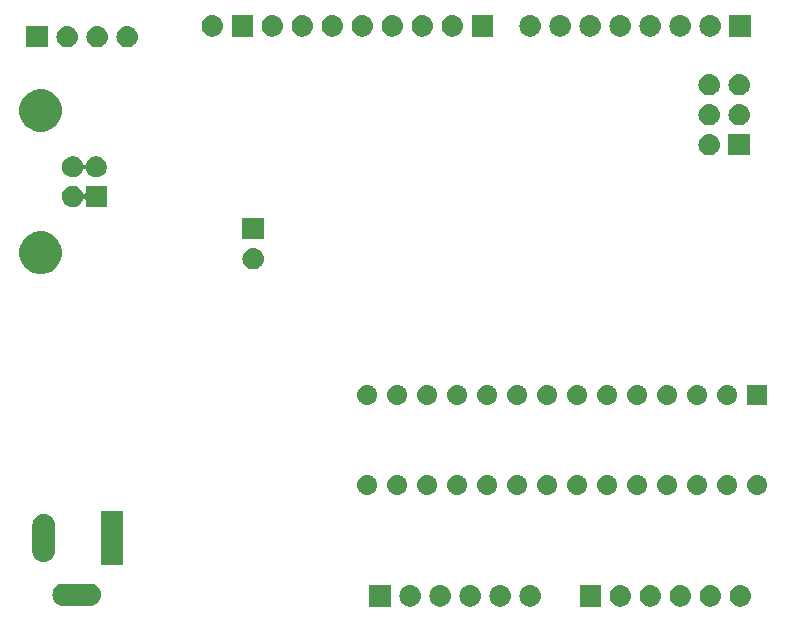
<source format=gbr>
G04 #@! TF.GenerationSoftware,KiCad,Pcbnew,(5.1.4-0-10_14)*
G04 #@! TF.CreationDate,2020-06-11T20:45:35+02:00*
G04 #@! TF.ProjectId,zArduino,7a417264-7569-46e6-9f2e-6b696361645f,rev?*
G04 #@! TF.SameCoordinates,Original*
G04 #@! TF.FileFunction,Soldermask,Bot*
G04 #@! TF.FilePolarity,Negative*
%FSLAX46Y46*%
G04 Gerber Fmt 4.6, Leading zero omitted, Abs format (unit mm)*
G04 Created by KiCad (PCBNEW (5.1.4-0-10_14)) date 2020-06-11 20:45:35*
%MOMM*%
%LPD*%
G04 APERTURE LIST*
%ADD10C,0.100000*%
G04 APERTURE END LIST*
D10*
G36*
X182584042Y-123159118D02*
G01*
X182650227Y-123165637D01*
X182820066Y-123217157D01*
X182976591Y-123300822D01*
X183012329Y-123330152D01*
X183113786Y-123413414D01*
X183197048Y-123514871D01*
X183226378Y-123550609D01*
X183310043Y-123707134D01*
X183361563Y-123876973D01*
X183378959Y-124053600D01*
X183361563Y-124230227D01*
X183310043Y-124400066D01*
X183226378Y-124556591D01*
X183197048Y-124592329D01*
X183113786Y-124693786D01*
X183012329Y-124777048D01*
X182976591Y-124806378D01*
X182820066Y-124890043D01*
X182650227Y-124941563D01*
X182584043Y-124948081D01*
X182517860Y-124954600D01*
X182429340Y-124954600D01*
X182363157Y-124948081D01*
X182296973Y-124941563D01*
X182127134Y-124890043D01*
X181970609Y-124806378D01*
X181934871Y-124777048D01*
X181833414Y-124693786D01*
X181750152Y-124592329D01*
X181720822Y-124556591D01*
X181637157Y-124400066D01*
X181585637Y-124230227D01*
X181568241Y-124053600D01*
X181585637Y-123876973D01*
X181637157Y-123707134D01*
X181720822Y-123550609D01*
X181750152Y-123514871D01*
X181833414Y-123413414D01*
X181934871Y-123330152D01*
X181970609Y-123300822D01*
X182127134Y-123217157D01*
X182296973Y-123165637D01*
X182363158Y-123159118D01*
X182429340Y-123152600D01*
X182517860Y-123152600D01*
X182584042Y-123159118D01*
X182584042Y-123159118D01*
G37*
G36*
X180044042Y-123159118D02*
G01*
X180110227Y-123165637D01*
X180280066Y-123217157D01*
X180436591Y-123300822D01*
X180472329Y-123330152D01*
X180573786Y-123413414D01*
X180657048Y-123514871D01*
X180686378Y-123550609D01*
X180770043Y-123707134D01*
X180821563Y-123876973D01*
X180838959Y-124053600D01*
X180821563Y-124230227D01*
X180770043Y-124400066D01*
X180686378Y-124556591D01*
X180657048Y-124592329D01*
X180573786Y-124693786D01*
X180472329Y-124777048D01*
X180436591Y-124806378D01*
X180280066Y-124890043D01*
X180110227Y-124941563D01*
X180044043Y-124948081D01*
X179977860Y-124954600D01*
X179889340Y-124954600D01*
X179823157Y-124948081D01*
X179756973Y-124941563D01*
X179587134Y-124890043D01*
X179430609Y-124806378D01*
X179394871Y-124777048D01*
X179293414Y-124693786D01*
X179210152Y-124592329D01*
X179180822Y-124556591D01*
X179097157Y-124400066D01*
X179045637Y-124230227D01*
X179028241Y-124053600D01*
X179045637Y-123876973D01*
X179097157Y-123707134D01*
X179180822Y-123550609D01*
X179210152Y-123514871D01*
X179293414Y-123413414D01*
X179394871Y-123330152D01*
X179430609Y-123300822D01*
X179587134Y-123217157D01*
X179756973Y-123165637D01*
X179823158Y-123159118D01*
X179889340Y-123152600D01*
X179977860Y-123152600D01*
X180044042Y-123159118D01*
X180044042Y-123159118D01*
G37*
G36*
X177504042Y-123159118D02*
G01*
X177570227Y-123165637D01*
X177740066Y-123217157D01*
X177896591Y-123300822D01*
X177932329Y-123330152D01*
X178033786Y-123413414D01*
X178117048Y-123514871D01*
X178146378Y-123550609D01*
X178230043Y-123707134D01*
X178281563Y-123876973D01*
X178298959Y-124053600D01*
X178281563Y-124230227D01*
X178230043Y-124400066D01*
X178146378Y-124556591D01*
X178117048Y-124592329D01*
X178033786Y-124693786D01*
X177932329Y-124777048D01*
X177896591Y-124806378D01*
X177740066Y-124890043D01*
X177570227Y-124941563D01*
X177504043Y-124948081D01*
X177437860Y-124954600D01*
X177349340Y-124954600D01*
X177283157Y-124948081D01*
X177216973Y-124941563D01*
X177047134Y-124890043D01*
X176890609Y-124806378D01*
X176854871Y-124777048D01*
X176753414Y-124693786D01*
X176670152Y-124592329D01*
X176640822Y-124556591D01*
X176557157Y-124400066D01*
X176505637Y-124230227D01*
X176488241Y-124053600D01*
X176505637Y-123876973D01*
X176557157Y-123707134D01*
X176640822Y-123550609D01*
X176670152Y-123514871D01*
X176753414Y-123413414D01*
X176854871Y-123330152D01*
X176890609Y-123300822D01*
X177047134Y-123217157D01*
X177216973Y-123165637D01*
X177283158Y-123159118D01*
X177349340Y-123152600D01*
X177437860Y-123152600D01*
X177504042Y-123159118D01*
X177504042Y-123159118D01*
G37*
G36*
X174964042Y-123159118D02*
G01*
X175030227Y-123165637D01*
X175200066Y-123217157D01*
X175356591Y-123300822D01*
X175392329Y-123330152D01*
X175493786Y-123413414D01*
X175577048Y-123514871D01*
X175606378Y-123550609D01*
X175690043Y-123707134D01*
X175741563Y-123876973D01*
X175758959Y-124053600D01*
X175741563Y-124230227D01*
X175690043Y-124400066D01*
X175606378Y-124556591D01*
X175577048Y-124592329D01*
X175493786Y-124693786D01*
X175392329Y-124777048D01*
X175356591Y-124806378D01*
X175200066Y-124890043D01*
X175030227Y-124941563D01*
X174964043Y-124948081D01*
X174897860Y-124954600D01*
X174809340Y-124954600D01*
X174743157Y-124948081D01*
X174676973Y-124941563D01*
X174507134Y-124890043D01*
X174350609Y-124806378D01*
X174314871Y-124777048D01*
X174213414Y-124693786D01*
X174130152Y-124592329D01*
X174100822Y-124556591D01*
X174017157Y-124400066D01*
X173965637Y-124230227D01*
X173948241Y-124053600D01*
X173965637Y-123876973D01*
X174017157Y-123707134D01*
X174100822Y-123550609D01*
X174130152Y-123514871D01*
X174213414Y-123413414D01*
X174314871Y-123330152D01*
X174350609Y-123300822D01*
X174507134Y-123217157D01*
X174676973Y-123165637D01*
X174743158Y-123159118D01*
X174809340Y-123152600D01*
X174897860Y-123152600D01*
X174964042Y-123159118D01*
X174964042Y-123159118D01*
G37*
G36*
X172424042Y-123159118D02*
G01*
X172490227Y-123165637D01*
X172660066Y-123217157D01*
X172816591Y-123300822D01*
X172852329Y-123330152D01*
X172953786Y-123413414D01*
X173037048Y-123514871D01*
X173066378Y-123550609D01*
X173150043Y-123707134D01*
X173201563Y-123876973D01*
X173218959Y-124053600D01*
X173201563Y-124230227D01*
X173150043Y-124400066D01*
X173066378Y-124556591D01*
X173037048Y-124592329D01*
X172953786Y-124693786D01*
X172852329Y-124777048D01*
X172816591Y-124806378D01*
X172660066Y-124890043D01*
X172490227Y-124941563D01*
X172424043Y-124948081D01*
X172357860Y-124954600D01*
X172269340Y-124954600D01*
X172203157Y-124948081D01*
X172136973Y-124941563D01*
X171967134Y-124890043D01*
X171810609Y-124806378D01*
X171774871Y-124777048D01*
X171673414Y-124693786D01*
X171590152Y-124592329D01*
X171560822Y-124556591D01*
X171477157Y-124400066D01*
X171425637Y-124230227D01*
X171408241Y-124053600D01*
X171425637Y-123876973D01*
X171477157Y-123707134D01*
X171560822Y-123550609D01*
X171590152Y-123514871D01*
X171673414Y-123413414D01*
X171774871Y-123330152D01*
X171810609Y-123300822D01*
X171967134Y-123217157D01*
X172136973Y-123165637D01*
X172203158Y-123159118D01*
X172269340Y-123152600D01*
X172357860Y-123152600D01*
X172424042Y-123159118D01*
X172424042Y-123159118D01*
G37*
G36*
X170674600Y-124954600D02*
G01*
X168872600Y-124954600D01*
X168872600Y-123152600D01*
X170674600Y-123152600D01*
X170674600Y-124954600D01*
X170674600Y-124954600D01*
G37*
G36*
X164778642Y-123159118D02*
G01*
X164844827Y-123165637D01*
X165014666Y-123217157D01*
X165171191Y-123300822D01*
X165206929Y-123330152D01*
X165308386Y-123413414D01*
X165391648Y-123514871D01*
X165420978Y-123550609D01*
X165504643Y-123707134D01*
X165556163Y-123876973D01*
X165573559Y-124053600D01*
X165556163Y-124230227D01*
X165504643Y-124400066D01*
X165420978Y-124556591D01*
X165391648Y-124592329D01*
X165308386Y-124693786D01*
X165206929Y-124777048D01*
X165171191Y-124806378D01*
X165014666Y-124890043D01*
X164844827Y-124941563D01*
X164778643Y-124948081D01*
X164712460Y-124954600D01*
X164623940Y-124954600D01*
X164557757Y-124948081D01*
X164491573Y-124941563D01*
X164321734Y-124890043D01*
X164165209Y-124806378D01*
X164129471Y-124777048D01*
X164028014Y-124693786D01*
X163944752Y-124592329D01*
X163915422Y-124556591D01*
X163831757Y-124400066D01*
X163780237Y-124230227D01*
X163762841Y-124053600D01*
X163780237Y-123876973D01*
X163831757Y-123707134D01*
X163915422Y-123550609D01*
X163944752Y-123514871D01*
X164028014Y-123413414D01*
X164129471Y-123330152D01*
X164165209Y-123300822D01*
X164321734Y-123217157D01*
X164491573Y-123165637D01*
X164557758Y-123159118D01*
X164623940Y-123152600D01*
X164712460Y-123152600D01*
X164778642Y-123159118D01*
X164778642Y-123159118D01*
G37*
G36*
X162238642Y-123159118D02*
G01*
X162304827Y-123165637D01*
X162474666Y-123217157D01*
X162631191Y-123300822D01*
X162666929Y-123330152D01*
X162768386Y-123413414D01*
X162851648Y-123514871D01*
X162880978Y-123550609D01*
X162964643Y-123707134D01*
X163016163Y-123876973D01*
X163033559Y-124053600D01*
X163016163Y-124230227D01*
X162964643Y-124400066D01*
X162880978Y-124556591D01*
X162851648Y-124592329D01*
X162768386Y-124693786D01*
X162666929Y-124777048D01*
X162631191Y-124806378D01*
X162474666Y-124890043D01*
X162304827Y-124941563D01*
X162238643Y-124948081D01*
X162172460Y-124954600D01*
X162083940Y-124954600D01*
X162017757Y-124948081D01*
X161951573Y-124941563D01*
X161781734Y-124890043D01*
X161625209Y-124806378D01*
X161589471Y-124777048D01*
X161488014Y-124693786D01*
X161404752Y-124592329D01*
X161375422Y-124556591D01*
X161291757Y-124400066D01*
X161240237Y-124230227D01*
X161222841Y-124053600D01*
X161240237Y-123876973D01*
X161291757Y-123707134D01*
X161375422Y-123550609D01*
X161404752Y-123514871D01*
X161488014Y-123413414D01*
X161589471Y-123330152D01*
X161625209Y-123300822D01*
X161781734Y-123217157D01*
X161951573Y-123165637D01*
X162017758Y-123159118D01*
X162083940Y-123152600D01*
X162172460Y-123152600D01*
X162238642Y-123159118D01*
X162238642Y-123159118D01*
G37*
G36*
X159698642Y-123159118D02*
G01*
X159764827Y-123165637D01*
X159934666Y-123217157D01*
X160091191Y-123300822D01*
X160126929Y-123330152D01*
X160228386Y-123413414D01*
X160311648Y-123514871D01*
X160340978Y-123550609D01*
X160424643Y-123707134D01*
X160476163Y-123876973D01*
X160493559Y-124053600D01*
X160476163Y-124230227D01*
X160424643Y-124400066D01*
X160340978Y-124556591D01*
X160311648Y-124592329D01*
X160228386Y-124693786D01*
X160126929Y-124777048D01*
X160091191Y-124806378D01*
X159934666Y-124890043D01*
X159764827Y-124941563D01*
X159698643Y-124948081D01*
X159632460Y-124954600D01*
X159543940Y-124954600D01*
X159477757Y-124948081D01*
X159411573Y-124941563D01*
X159241734Y-124890043D01*
X159085209Y-124806378D01*
X159049471Y-124777048D01*
X158948014Y-124693786D01*
X158864752Y-124592329D01*
X158835422Y-124556591D01*
X158751757Y-124400066D01*
X158700237Y-124230227D01*
X158682841Y-124053600D01*
X158700237Y-123876973D01*
X158751757Y-123707134D01*
X158835422Y-123550609D01*
X158864752Y-123514871D01*
X158948014Y-123413414D01*
X159049471Y-123330152D01*
X159085209Y-123300822D01*
X159241734Y-123217157D01*
X159411573Y-123165637D01*
X159477758Y-123159118D01*
X159543940Y-123152600D01*
X159632460Y-123152600D01*
X159698642Y-123159118D01*
X159698642Y-123159118D01*
G37*
G36*
X157158642Y-123159118D02*
G01*
X157224827Y-123165637D01*
X157394666Y-123217157D01*
X157551191Y-123300822D01*
X157586929Y-123330152D01*
X157688386Y-123413414D01*
X157771648Y-123514871D01*
X157800978Y-123550609D01*
X157884643Y-123707134D01*
X157936163Y-123876973D01*
X157953559Y-124053600D01*
X157936163Y-124230227D01*
X157884643Y-124400066D01*
X157800978Y-124556591D01*
X157771648Y-124592329D01*
X157688386Y-124693786D01*
X157586929Y-124777048D01*
X157551191Y-124806378D01*
X157394666Y-124890043D01*
X157224827Y-124941563D01*
X157158643Y-124948081D01*
X157092460Y-124954600D01*
X157003940Y-124954600D01*
X156937757Y-124948081D01*
X156871573Y-124941563D01*
X156701734Y-124890043D01*
X156545209Y-124806378D01*
X156509471Y-124777048D01*
X156408014Y-124693786D01*
X156324752Y-124592329D01*
X156295422Y-124556591D01*
X156211757Y-124400066D01*
X156160237Y-124230227D01*
X156142841Y-124053600D01*
X156160237Y-123876973D01*
X156211757Y-123707134D01*
X156295422Y-123550609D01*
X156324752Y-123514871D01*
X156408014Y-123413414D01*
X156509471Y-123330152D01*
X156545209Y-123300822D01*
X156701734Y-123217157D01*
X156871573Y-123165637D01*
X156937758Y-123159118D01*
X157003940Y-123152600D01*
X157092460Y-123152600D01*
X157158642Y-123159118D01*
X157158642Y-123159118D01*
G37*
G36*
X154618642Y-123159118D02*
G01*
X154684827Y-123165637D01*
X154854666Y-123217157D01*
X155011191Y-123300822D01*
X155046929Y-123330152D01*
X155148386Y-123413414D01*
X155231648Y-123514871D01*
X155260978Y-123550609D01*
X155344643Y-123707134D01*
X155396163Y-123876973D01*
X155413559Y-124053600D01*
X155396163Y-124230227D01*
X155344643Y-124400066D01*
X155260978Y-124556591D01*
X155231648Y-124592329D01*
X155148386Y-124693786D01*
X155046929Y-124777048D01*
X155011191Y-124806378D01*
X154854666Y-124890043D01*
X154684827Y-124941563D01*
X154618643Y-124948081D01*
X154552460Y-124954600D01*
X154463940Y-124954600D01*
X154397757Y-124948081D01*
X154331573Y-124941563D01*
X154161734Y-124890043D01*
X154005209Y-124806378D01*
X153969471Y-124777048D01*
X153868014Y-124693786D01*
X153784752Y-124592329D01*
X153755422Y-124556591D01*
X153671757Y-124400066D01*
X153620237Y-124230227D01*
X153602841Y-124053600D01*
X153620237Y-123876973D01*
X153671757Y-123707134D01*
X153755422Y-123550609D01*
X153784752Y-123514871D01*
X153868014Y-123413414D01*
X153969471Y-123330152D01*
X154005209Y-123300822D01*
X154161734Y-123217157D01*
X154331573Y-123165637D01*
X154397758Y-123159118D01*
X154463940Y-123152600D01*
X154552460Y-123152600D01*
X154618642Y-123159118D01*
X154618642Y-123159118D01*
G37*
G36*
X152869200Y-124954600D02*
G01*
X151067200Y-124954600D01*
X151067200Y-123152600D01*
X152869200Y-123152600D01*
X152869200Y-124954600D01*
X152869200Y-124954600D01*
G37*
G36*
X127572425Y-123014160D02*
G01*
X127572428Y-123014161D01*
X127572429Y-123014161D01*
X127751693Y-123068540D01*
X127751696Y-123068542D01*
X127751697Y-123068542D01*
X127916903Y-123156846D01*
X128061712Y-123275688D01*
X128180554Y-123420497D01*
X128250100Y-123550609D01*
X128268860Y-123585707D01*
X128305694Y-123707134D01*
X128323240Y-123764975D01*
X128341601Y-123951400D01*
X128323240Y-124137825D01*
X128323239Y-124137828D01*
X128323239Y-124137829D01*
X128268860Y-124317093D01*
X128268858Y-124317096D01*
X128268858Y-124317097D01*
X128180554Y-124482303D01*
X128061712Y-124627112D01*
X127916903Y-124745954D01*
X127751697Y-124834258D01*
X127751693Y-124834260D01*
X127572429Y-124888639D01*
X127572428Y-124888639D01*
X127572425Y-124888640D01*
X127432718Y-124902400D01*
X125139282Y-124902400D01*
X124999575Y-124888640D01*
X124999572Y-124888639D01*
X124999571Y-124888639D01*
X124820307Y-124834260D01*
X124820303Y-124834258D01*
X124655097Y-124745954D01*
X124510288Y-124627112D01*
X124391446Y-124482303D01*
X124303142Y-124317097D01*
X124303142Y-124317096D01*
X124303140Y-124317093D01*
X124248761Y-124137829D01*
X124248761Y-124137828D01*
X124248760Y-124137825D01*
X124230399Y-123951400D01*
X124248760Y-123764975D01*
X124266306Y-123707134D01*
X124303140Y-123585707D01*
X124321900Y-123550609D01*
X124391446Y-123420497D01*
X124510288Y-123275688D01*
X124655097Y-123156846D01*
X124820303Y-123068542D01*
X124820304Y-123068542D01*
X124820307Y-123068540D01*
X124999571Y-123014161D01*
X124999572Y-123014161D01*
X124999575Y-123014160D01*
X125139282Y-123000400D01*
X127432718Y-123000400D01*
X127572425Y-123014160D01*
X127572425Y-123014160D01*
G37*
G36*
X130237000Y-121402400D02*
G01*
X128335000Y-121402400D01*
X128335000Y-116900400D01*
X130237000Y-116900400D01*
X130237000Y-121402400D01*
X130237000Y-121402400D01*
G37*
G36*
X123672425Y-117114160D02*
G01*
X123672428Y-117114161D01*
X123672429Y-117114161D01*
X123851693Y-117168540D01*
X123851696Y-117168542D01*
X123851697Y-117168542D01*
X124016903Y-117256846D01*
X124161712Y-117375688D01*
X124280554Y-117520497D01*
X124368858Y-117685703D01*
X124368860Y-117685707D01*
X124423239Y-117864971D01*
X124423240Y-117864975D01*
X124437000Y-118004682D01*
X124437000Y-120298118D01*
X124423240Y-120437825D01*
X124423239Y-120437828D01*
X124423239Y-120437829D01*
X124368860Y-120617093D01*
X124368858Y-120617096D01*
X124368858Y-120617097D01*
X124280554Y-120782303D01*
X124161712Y-120927112D01*
X124016903Y-121045954D01*
X123851696Y-121134258D01*
X123851692Y-121134260D01*
X123672428Y-121188639D01*
X123672427Y-121188639D01*
X123672424Y-121188640D01*
X123486000Y-121207001D01*
X123299575Y-121188640D01*
X123299572Y-121188639D01*
X123299571Y-121188639D01*
X123120307Y-121134260D01*
X123120303Y-121134258D01*
X122955097Y-121045954D01*
X122810288Y-120927112D01*
X122691446Y-120782303D01*
X122603142Y-120617096D01*
X122603141Y-120617093D01*
X122603140Y-120617092D01*
X122548761Y-120437828D01*
X122548761Y-120437827D01*
X122548760Y-120437824D01*
X122535000Y-120298117D01*
X122535001Y-118004682D01*
X122548761Y-117864975D01*
X122548762Y-117864971D01*
X122603141Y-117685707D01*
X122603143Y-117685703D01*
X122691447Y-117520497D01*
X122810289Y-117375688D01*
X122955098Y-117256846D01*
X123120304Y-117168542D01*
X123120305Y-117168542D01*
X123120308Y-117168540D01*
X123299572Y-117114161D01*
X123299573Y-117114161D01*
X123299576Y-117114160D01*
X123486000Y-117095799D01*
X123672425Y-117114160D01*
X123672425Y-117114160D01*
G37*
G36*
X171362823Y-113816913D02*
G01*
X171523242Y-113865576D01*
X171655906Y-113936486D01*
X171671078Y-113944596D01*
X171800659Y-114050941D01*
X171907004Y-114180522D01*
X171907005Y-114180524D01*
X171986024Y-114328358D01*
X172034687Y-114488777D01*
X172051117Y-114655600D01*
X172034687Y-114822423D01*
X171986024Y-114982842D01*
X171915114Y-115115506D01*
X171907004Y-115130678D01*
X171800659Y-115260259D01*
X171671078Y-115366604D01*
X171671076Y-115366605D01*
X171523242Y-115445624D01*
X171362823Y-115494287D01*
X171237804Y-115506600D01*
X171154196Y-115506600D01*
X171029177Y-115494287D01*
X170868758Y-115445624D01*
X170720924Y-115366605D01*
X170720922Y-115366604D01*
X170591341Y-115260259D01*
X170484996Y-115130678D01*
X170476886Y-115115506D01*
X170405976Y-114982842D01*
X170357313Y-114822423D01*
X170340883Y-114655600D01*
X170357313Y-114488777D01*
X170405976Y-114328358D01*
X170484995Y-114180524D01*
X170484996Y-114180522D01*
X170591341Y-114050941D01*
X170720922Y-113944596D01*
X170736094Y-113936486D01*
X170868758Y-113865576D01*
X171029177Y-113816913D01*
X171154196Y-113804600D01*
X171237804Y-113804600D01*
X171362823Y-113816913D01*
X171362823Y-113816913D01*
G37*
G36*
X168822823Y-113816913D02*
G01*
X168983242Y-113865576D01*
X169115906Y-113936486D01*
X169131078Y-113944596D01*
X169260659Y-114050941D01*
X169367004Y-114180522D01*
X169367005Y-114180524D01*
X169446024Y-114328358D01*
X169494687Y-114488777D01*
X169511117Y-114655600D01*
X169494687Y-114822423D01*
X169446024Y-114982842D01*
X169375114Y-115115506D01*
X169367004Y-115130678D01*
X169260659Y-115260259D01*
X169131078Y-115366604D01*
X169131076Y-115366605D01*
X168983242Y-115445624D01*
X168822823Y-115494287D01*
X168697804Y-115506600D01*
X168614196Y-115506600D01*
X168489177Y-115494287D01*
X168328758Y-115445624D01*
X168180924Y-115366605D01*
X168180922Y-115366604D01*
X168051341Y-115260259D01*
X167944996Y-115130678D01*
X167936886Y-115115506D01*
X167865976Y-114982842D01*
X167817313Y-114822423D01*
X167800883Y-114655600D01*
X167817313Y-114488777D01*
X167865976Y-114328358D01*
X167944995Y-114180524D01*
X167944996Y-114180522D01*
X168051341Y-114050941D01*
X168180922Y-113944596D01*
X168196094Y-113936486D01*
X168328758Y-113865576D01*
X168489177Y-113816913D01*
X168614196Y-113804600D01*
X168697804Y-113804600D01*
X168822823Y-113816913D01*
X168822823Y-113816913D01*
G37*
G36*
X181522823Y-113816913D02*
G01*
X181683242Y-113865576D01*
X181815906Y-113936486D01*
X181831078Y-113944596D01*
X181960659Y-114050941D01*
X182067004Y-114180522D01*
X182067005Y-114180524D01*
X182146024Y-114328358D01*
X182194687Y-114488777D01*
X182211117Y-114655600D01*
X182194687Y-114822423D01*
X182146024Y-114982842D01*
X182075114Y-115115506D01*
X182067004Y-115130678D01*
X181960659Y-115260259D01*
X181831078Y-115366604D01*
X181831076Y-115366605D01*
X181683242Y-115445624D01*
X181522823Y-115494287D01*
X181397804Y-115506600D01*
X181314196Y-115506600D01*
X181189177Y-115494287D01*
X181028758Y-115445624D01*
X180880924Y-115366605D01*
X180880922Y-115366604D01*
X180751341Y-115260259D01*
X180644996Y-115130678D01*
X180636886Y-115115506D01*
X180565976Y-114982842D01*
X180517313Y-114822423D01*
X180500883Y-114655600D01*
X180517313Y-114488777D01*
X180565976Y-114328358D01*
X180644995Y-114180524D01*
X180644996Y-114180522D01*
X180751341Y-114050941D01*
X180880922Y-113944596D01*
X180896094Y-113936486D01*
X181028758Y-113865576D01*
X181189177Y-113816913D01*
X181314196Y-113804600D01*
X181397804Y-113804600D01*
X181522823Y-113816913D01*
X181522823Y-113816913D01*
G37*
G36*
X178982823Y-113816913D02*
G01*
X179143242Y-113865576D01*
X179275906Y-113936486D01*
X179291078Y-113944596D01*
X179420659Y-114050941D01*
X179527004Y-114180522D01*
X179527005Y-114180524D01*
X179606024Y-114328358D01*
X179654687Y-114488777D01*
X179671117Y-114655600D01*
X179654687Y-114822423D01*
X179606024Y-114982842D01*
X179535114Y-115115506D01*
X179527004Y-115130678D01*
X179420659Y-115260259D01*
X179291078Y-115366604D01*
X179291076Y-115366605D01*
X179143242Y-115445624D01*
X178982823Y-115494287D01*
X178857804Y-115506600D01*
X178774196Y-115506600D01*
X178649177Y-115494287D01*
X178488758Y-115445624D01*
X178340924Y-115366605D01*
X178340922Y-115366604D01*
X178211341Y-115260259D01*
X178104996Y-115130678D01*
X178096886Y-115115506D01*
X178025976Y-114982842D01*
X177977313Y-114822423D01*
X177960883Y-114655600D01*
X177977313Y-114488777D01*
X178025976Y-114328358D01*
X178104995Y-114180524D01*
X178104996Y-114180522D01*
X178211341Y-114050941D01*
X178340922Y-113944596D01*
X178356094Y-113936486D01*
X178488758Y-113865576D01*
X178649177Y-113816913D01*
X178774196Y-113804600D01*
X178857804Y-113804600D01*
X178982823Y-113816913D01*
X178982823Y-113816913D01*
G37*
G36*
X176442823Y-113816913D02*
G01*
X176603242Y-113865576D01*
X176735906Y-113936486D01*
X176751078Y-113944596D01*
X176880659Y-114050941D01*
X176987004Y-114180522D01*
X176987005Y-114180524D01*
X177066024Y-114328358D01*
X177114687Y-114488777D01*
X177131117Y-114655600D01*
X177114687Y-114822423D01*
X177066024Y-114982842D01*
X176995114Y-115115506D01*
X176987004Y-115130678D01*
X176880659Y-115260259D01*
X176751078Y-115366604D01*
X176751076Y-115366605D01*
X176603242Y-115445624D01*
X176442823Y-115494287D01*
X176317804Y-115506600D01*
X176234196Y-115506600D01*
X176109177Y-115494287D01*
X175948758Y-115445624D01*
X175800924Y-115366605D01*
X175800922Y-115366604D01*
X175671341Y-115260259D01*
X175564996Y-115130678D01*
X175556886Y-115115506D01*
X175485976Y-114982842D01*
X175437313Y-114822423D01*
X175420883Y-114655600D01*
X175437313Y-114488777D01*
X175485976Y-114328358D01*
X175564995Y-114180524D01*
X175564996Y-114180522D01*
X175671341Y-114050941D01*
X175800922Y-113944596D01*
X175816094Y-113936486D01*
X175948758Y-113865576D01*
X176109177Y-113816913D01*
X176234196Y-113804600D01*
X176317804Y-113804600D01*
X176442823Y-113816913D01*
X176442823Y-113816913D01*
G37*
G36*
X173902823Y-113816913D02*
G01*
X174063242Y-113865576D01*
X174195906Y-113936486D01*
X174211078Y-113944596D01*
X174340659Y-114050941D01*
X174447004Y-114180522D01*
X174447005Y-114180524D01*
X174526024Y-114328358D01*
X174574687Y-114488777D01*
X174591117Y-114655600D01*
X174574687Y-114822423D01*
X174526024Y-114982842D01*
X174455114Y-115115506D01*
X174447004Y-115130678D01*
X174340659Y-115260259D01*
X174211078Y-115366604D01*
X174211076Y-115366605D01*
X174063242Y-115445624D01*
X173902823Y-115494287D01*
X173777804Y-115506600D01*
X173694196Y-115506600D01*
X173569177Y-115494287D01*
X173408758Y-115445624D01*
X173260924Y-115366605D01*
X173260922Y-115366604D01*
X173131341Y-115260259D01*
X173024996Y-115130678D01*
X173016886Y-115115506D01*
X172945976Y-114982842D01*
X172897313Y-114822423D01*
X172880883Y-114655600D01*
X172897313Y-114488777D01*
X172945976Y-114328358D01*
X173024995Y-114180524D01*
X173024996Y-114180522D01*
X173131341Y-114050941D01*
X173260922Y-113944596D01*
X173276094Y-113936486D01*
X173408758Y-113865576D01*
X173569177Y-113816913D01*
X173694196Y-113804600D01*
X173777804Y-113804600D01*
X173902823Y-113816913D01*
X173902823Y-113816913D01*
G37*
G36*
X166282823Y-113816913D02*
G01*
X166443242Y-113865576D01*
X166575906Y-113936486D01*
X166591078Y-113944596D01*
X166720659Y-114050941D01*
X166827004Y-114180522D01*
X166827005Y-114180524D01*
X166906024Y-114328358D01*
X166954687Y-114488777D01*
X166971117Y-114655600D01*
X166954687Y-114822423D01*
X166906024Y-114982842D01*
X166835114Y-115115506D01*
X166827004Y-115130678D01*
X166720659Y-115260259D01*
X166591078Y-115366604D01*
X166591076Y-115366605D01*
X166443242Y-115445624D01*
X166282823Y-115494287D01*
X166157804Y-115506600D01*
X166074196Y-115506600D01*
X165949177Y-115494287D01*
X165788758Y-115445624D01*
X165640924Y-115366605D01*
X165640922Y-115366604D01*
X165511341Y-115260259D01*
X165404996Y-115130678D01*
X165396886Y-115115506D01*
X165325976Y-114982842D01*
X165277313Y-114822423D01*
X165260883Y-114655600D01*
X165277313Y-114488777D01*
X165325976Y-114328358D01*
X165404995Y-114180524D01*
X165404996Y-114180522D01*
X165511341Y-114050941D01*
X165640922Y-113944596D01*
X165656094Y-113936486D01*
X165788758Y-113865576D01*
X165949177Y-113816913D01*
X166074196Y-113804600D01*
X166157804Y-113804600D01*
X166282823Y-113816913D01*
X166282823Y-113816913D01*
G37*
G36*
X163742823Y-113816913D02*
G01*
X163903242Y-113865576D01*
X164035906Y-113936486D01*
X164051078Y-113944596D01*
X164180659Y-114050941D01*
X164287004Y-114180522D01*
X164287005Y-114180524D01*
X164366024Y-114328358D01*
X164414687Y-114488777D01*
X164431117Y-114655600D01*
X164414687Y-114822423D01*
X164366024Y-114982842D01*
X164295114Y-115115506D01*
X164287004Y-115130678D01*
X164180659Y-115260259D01*
X164051078Y-115366604D01*
X164051076Y-115366605D01*
X163903242Y-115445624D01*
X163742823Y-115494287D01*
X163617804Y-115506600D01*
X163534196Y-115506600D01*
X163409177Y-115494287D01*
X163248758Y-115445624D01*
X163100924Y-115366605D01*
X163100922Y-115366604D01*
X162971341Y-115260259D01*
X162864996Y-115130678D01*
X162856886Y-115115506D01*
X162785976Y-114982842D01*
X162737313Y-114822423D01*
X162720883Y-114655600D01*
X162737313Y-114488777D01*
X162785976Y-114328358D01*
X162864995Y-114180524D01*
X162864996Y-114180522D01*
X162971341Y-114050941D01*
X163100922Y-113944596D01*
X163116094Y-113936486D01*
X163248758Y-113865576D01*
X163409177Y-113816913D01*
X163534196Y-113804600D01*
X163617804Y-113804600D01*
X163742823Y-113816913D01*
X163742823Y-113816913D01*
G37*
G36*
X161202823Y-113816913D02*
G01*
X161363242Y-113865576D01*
X161495906Y-113936486D01*
X161511078Y-113944596D01*
X161640659Y-114050941D01*
X161747004Y-114180522D01*
X161747005Y-114180524D01*
X161826024Y-114328358D01*
X161874687Y-114488777D01*
X161891117Y-114655600D01*
X161874687Y-114822423D01*
X161826024Y-114982842D01*
X161755114Y-115115506D01*
X161747004Y-115130678D01*
X161640659Y-115260259D01*
X161511078Y-115366604D01*
X161511076Y-115366605D01*
X161363242Y-115445624D01*
X161202823Y-115494287D01*
X161077804Y-115506600D01*
X160994196Y-115506600D01*
X160869177Y-115494287D01*
X160708758Y-115445624D01*
X160560924Y-115366605D01*
X160560922Y-115366604D01*
X160431341Y-115260259D01*
X160324996Y-115130678D01*
X160316886Y-115115506D01*
X160245976Y-114982842D01*
X160197313Y-114822423D01*
X160180883Y-114655600D01*
X160197313Y-114488777D01*
X160245976Y-114328358D01*
X160324995Y-114180524D01*
X160324996Y-114180522D01*
X160431341Y-114050941D01*
X160560922Y-113944596D01*
X160576094Y-113936486D01*
X160708758Y-113865576D01*
X160869177Y-113816913D01*
X160994196Y-113804600D01*
X161077804Y-113804600D01*
X161202823Y-113816913D01*
X161202823Y-113816913D01*
G37*
G36*
X158662823Y-113816913D02*
G01*
X158823242Y-113865576D01*
X158955906Y-113936486D01*
X158971078Y-113944596D01*
X159100659Y-114050941D01*
X159207004Y-114180522D01*
X159207005Y-114180524D01*
X159286024Y-114328358D01*
X159334687Y-114488777D01*
X159351117Y-114655600D01*
X159334687Y-114822423D01*
X159286024Y-114982842D01*
X159215114Y-115115506D01*
X159207004Y-115130678D01*
X159100659Y-115260259D01*
X158971078Y-115366604D01*
X158971076Y-115366605D01*
X158823242Y-115445624D01*
X158662823Y-115494287D01*
X158537804Y-115506600D01*
X158454196Y-115506600D01*
X158329177Y-115494287D01*
X158168758Y-115445624D01*
X158020924Y-115366605D01*
X158020922Y-115366604D01*
X157891341Y-115260259D01*
X157784996Y-115130678D01*
X157776886Y-115115506D01*
X157705976Y-114982842D01*
X157657313Y-114822423D01*
X157640883Y-114655600D01*
X157657313Y-114488777D01*
X157705976Y-114328358D01*
X157784995Y-114180524D01*
X157784996Y-114180522D01*
X157891341Y-114050941D01*
X158020922Y-113944596D01*
X158036094Y-113936486D01*
X158168758Y-113865576D01*
X158329177Y-113816913D01*
X158454196Y-113804600D01*
X158537804Y-113804600D01*
X158662823Y-113816913D01*
X158662823Y-113816913D01*
G37*
G36*
X153582823Y-113816913D02*
G01*
X153743242Y-113865576D01*
X153875906Y-113936486D01*
X153891078Y-113944596D01*
X154020659Y-114050941D01*
X154127004Y-114180522D01*
X154127005Y-114180524D01*
X154206024Y-114328358D01*
X154254687Y-114488777D01*
X154271117Y-114655600D01*
X154254687Y-114822423D01*
X154206024Y-114982842D01*
X154135114Y-115115506D01*
X154127004Y-115130678D01*
X154020659Y-115260259D01*
X153891078Y-115366604D01*
X153891076Y-115366605D01*
X153743242Y-115445624D01*
X153582823Y-115494287D01*
X153457804Y-115506600D01*
X153374196Y-115506600D01*
X153249177Y-115494287D01*
X153088758Y-115445624D01*
X152940924Y-115366605D01*
X152940922Y-115366604D01*
X152811341Y-115260259D01*
X152704996Y-115130678D01*
X152696886Y-115115506D01*
X152625976Y-114982842D01*
X152577313Y-114822423D01*
X152560883Y-114655600D01*
X152577313Y-114488777D01*
X152625976Y-114328358D01*
X152704995Y-114180524D01*
X152704996Y-114180522D01*
X152811341Y-114050941D01*
X152940922Y-113944596D01*
X152956094Y-113936486D01*
X153088758Y-113865576D01*
X153249177Y-113816913D01*
X153374196Y-113804600D01*
X153457804Y-113804600D01*
X153582823Y-113816913D01*
X153582823Y-113816913D01*
G37*
G36*
X151042823Y-113816913D02*
G01*
X151203242Y-113865576D01*
X151335906Y-113936486D01*
X151351078Y-113944596D01*
X151480659Y-114050941D01*
X151587004Y-114180522D01*
X151587005Y-114180524D01*
X151666024Y-114328358D01*
X151714687Y-114488777D01*
X151731117Y-114655600D01*
X151714687Y-114822423D01*
X151666024Y-114982842D01*
X151595114Y-115115506D01*
X151587004Y-115130678D01*
X151480659Y-115260259D01*
X151351078Y-115366604D01*
X151351076Y-115366605D01*
X151203242Y-115445624D01*
X151042823Y-115494287D01*
X150917804Y-115506600D01*
X150834196Y-115506600D01*
X150709177Y-115494287D01*
X150548758Y-115445624D01*
X150400924Y-115366605D01*
X150400922Y-115366604D01*
X150271341Y-115260259D01*
X150164996Y-115130678D01*
X150156886Y-115115506D01*
X150085976Y-114982842D01*
X150037313Y-114822423D01*
X150020883Y-114655600D01*
X150037313Y-114488777D01*
X150085976Y-114328358D01*
X150164995Y-114180524D01*
X150164996Y-114180522D01*
X150271341Y-114050941D01*
X150400922Y-113944596D01*
X150416094Y-113936486D01*
X150548758Y-113865576D01*
X150709177Y-113816913D01*
X150834196Y-113804600D01*
X150917804Y-113804600D01*
X151042823Y-113816913D01*
X151042823Y-113816913D01*
G37*
G36*
X156122823Y-113816913D02*
G01*
X156283242Y-113865576D01*
X156415906Y-113936486D01*
X156431078Y-113944596D01*
X156560659Y-114050941D01*
X156667004Y-114180522D01*
X156667005Y-114180524D01*
X156746024Y-114328358D01*
X156794687Y-114488777D01*
X156811117Y-114655600D01*
X156794687Y-114822423D01*
X156746024Y-114982842D01*
X156675114Y-115115506D01*
X156667004Y-115130678D01*
X156560659Y-115260259D01*
X156431078Y-115366604D01*
X156431076Y-115366605D01*
X156283242Y-115445624D01*
X156122823Y-115494287D01*
X155997804Y-115506600D01*
X155914196Y-115506600D01*
X155789177Y-115494287D01*
X155628758Y-115445624D01*
X155480924Y-115366605D01*
X155480922Y-115366604D01*
X155351341Y-115260259D01*
X155244996Y-115130678D01*
X155236886Y-115115506D01*
X155165976Y-114982842D01*
X155117313Y-114822423D01*
X155100883Y-114655600D01*
X155117313Y-114488777D01*
X155165976Y-114328358D01*
X155244995Y-114180524D01*
X155244996Y-114180522D01*
X155351341Y-114050941D01*
X155480922Y-113944596D01*
X155496094Y-113936486D01*
X155628758Y-113865576D01*
X155789177Y-113816913D01*
X155914196Y-113804600D01*
X155997804Y-113804600D01*
X156122823Y-113816913D01*
X156122823Y-113816913D01*
G37*
G36*
X184062823Y-113816913D02*
G01*
X184223242Y-113865576D01*
X184355906Y-113936486D01*
X184371078Y-113944596D01*
X184500659Y-114050941D01*
X184607004Y-114180522D01*
X184607005Y-114180524D01*
X184686024Y-114328358D01*
X184734687Y-114488777D01*
X184751117Y-114655600D01*
X184734687Y-114822423D01*
X184686024Y-114982842D01*
X184615114Y-115115506D01*
X184607004Y-115130678D01*
X184500659Y-115260259D01*
X184371078Y-115366604D01*
X184371076Y-115366605D01*
X184223242Y-115445624D01*
X184062823Y-115494287D01*
X183937804Y-115506600D01*
X183854196Y-115506600D01*
X183729177Y-115494287D01*
X183568758Y-115445624D01*
X183420924Y-115366605D01*
X183420922Y-115366604D01*
X183291341Y-115260259D01*
X183184996Y-115130678D01*
X183176886Y-115115506D01*
X183105976Y-114982842D01*
X183057313Y-114822423D01*
X183040883Y-114655600D01*
X183057313Y-114488777D01*
X183105976Y-114328358D01*
X183184995Y-114180524D01*
X183184996Y-114180522D01*
X183291341Y-114050941D01*
X183420922Y-113944596D01*
X183436094Y-113936486D01*
X183568758Y-113865576D01*
X183729177Y-113816913D01*
X183854196Y-113804600D01*
X183937804Y-113804600D01*
X184062823Y-113816913D01*
X184062823Y-113816913D01*
G37*
G36*
X173902823Y-106196913D02*
G01*
X174063242Y-106245576D01*
X174195906Y-106316486D01*
X174211078Y-106324596D01*
X174340659Y-106430941D01*
X174447004Y-106560522D01*
X174447005Y-106560524D01*
X174526024Y-106708358D01*
X174574687Y-106868777D01*
X174591117Y-107035600D01*
X174574687Y-107202423D01*
X174526024Y-107362842D01*
X174455114Y-107495506D01*
X174447004Y-107510678D01*
X174340659Y-107640259D01*
X174211078Y-107746604D01*
X174211076Y-107746605D01*
X174063242Y-107825624D01*
X173902823Y-107874287D01*
X173777804Y-107886600D01*
X173694196Y-107886600D01*
X173569177Y-107874287D01*
X173408758Y-107825624D01*
X173260924Y-107746605D01*
X173260922Y-107746604D01*
X173131341Y-107640259D01*
X173024996Y-107510678D01*
X173016886Y-107495506D01*
X172945976Y-107362842D01*
X172897313Y-107202423D01*
X172880883Y-107035600D01*
X172897313Y-106868777D01*
X172945976Y-106708358D01*
X173024995Y-106560524D01*
X173024996Y-106560522D01*
X173131341Y-106430941D01*
X173260922Y-106324596D01*
X173276094Y-106316486D01*
X173408758Y-106245576D01*
X173569177Y-106196913D01*
X173694196Y-106184600D01*
X173777804Y-106184600D01*
X173902823Y-106196913D01*
X173902823Y-106196913D01*
G37*
G36*
X176442823Y-106196913D02*
G01*
X176603242Y-106245576D01*
X176735906Y-106316486D01*
X176751078Y-106324596D01*
X176880659Y-106430941D01*
X176987004Y-106560522D01*
X176987005Y-106560524D01*
X177066024Y-106708358D01*
X177114687Y-106868777D01*
X177131117Y-107035600D01*
X177114687Y-107202423D01*
X177066024Y-107362842D01*
X176995114Y-107495506D01*
X176987004Y-107510678D01*
X176880659Y-107640259D01*
X176751078Y-107746604D01*
X176751076Y-107746605D01*
X176603242Y-107825624D01*
X176442823Y-107874287D01*
X176317804Y-107886600D01*
X176234196Y-107886600D01*
X176109177Y-107874287D01*
X175948758Y-107825624D01*
X175800924Y-107746605D01*
X175800922Y-107746604D01*
X175671341Y-107640259D01*
X175564996Y-107510678D01*
X175556886Y-107495506D01*
X175485976Y-107362842D01*
X175437313Y-107202423D01*
X175420883Y-107035600D01*
X175437313Y-106868777D01*
X175485976Y-106708358D01*
X175564995Y-106560524D01*
X175564996Y-106560522D01*
X175671341Y-106430941D01*
X175800922Y-106324596D01*
X175816094Y-106316486D01*
X175948758Y-106245576D01*
X176109177Y-106196913D01*
X176234196Y-106184600D01*
X176317804Y-106184600D01*
X176442823Y-106196913D01*
X176442823Y-106196913D01*
G37*
G36*
X171362823Y-106196913D02*
G01*
X171523242Y-106245576D01*
X171655906Y-106316486D01*
X171671078Y-106324596D01*
X171800659Y-106430941D01*
X171907004Y-106560522D01*
X171907005Y-106560524D01*
X171986024Y-106708358D01*
X172034687Y-106868777D01*
X172051117Y-107035600D01*
X172034687Y-107202423D01*
X171986024Y-107362842D01*
X171915114Y-107495506D01*
X171907004Y-107510678D01*
X171800659Y-107640259D01*
X171671078Y-107746604D01*
X171671076Y-107746605D01*
X171523242Y-107825624D01*
X171362823Y-107874287D01*
X171237804Y-107886600D01*
X171154196Y-107886600D01*
X171029177Y-107874287D01*
X170868758Y-107825624D01*
X170720924Y-107746605D01*
X170720922Y-107746604D01*
X170591341Y-107640259D01*
X170484996Y-107510678D01*
X170476886Y-107495506D01*
X170405976Y-107362842D01*
X170357313Y-107202423D01*
X170340883Y-107035600D01*
X170357313Y-106868777D01*
X170405976Y-106708358D01*
X170484995Y-106560524D01*
X170484996Y-106560522D01*
X170591341Y-106430941D01*
X170720922Y-106324596D01*
X170736094Y-106316486D01*
X170868758Y-106245576D01*
X171029177Y-106196913D01*
X171154196Y-106184600D01*
X171237804Y-106184600D01*
X171362823Y-106196913D01*
X171362823Y-106196913D01*
G37*
G36*
X168822823Y-106196913D02*
G01*
X168983242Y-106245576D01*
X169115906Y-106316486D01*
X169131078Y-106324596D01*
X169260659Y-106430941D01*
X169367004Y-106560522D01*
X169367005Y-106560524D01*
X169446024Y-106708358D01*
X169494687Y-106868777D01*
X169511117Y-107035600D01*
X169494687Y-107202423D01*
X169446024Y-107362842D01*
X169375114Y-107495506D01*
X169367004Y-107510678D01*
X169260659Y-107640259D01*
X169131078Y-107746604D01*
X169131076Y-107746605D01*
X168983242Y-107825624D01*
X168822823Y-107874287D01*
X168697804Y-107886600D01*
X168614196Y-107886600D01*
X168489177Y-107874287D01*
X168328758Y-107825624D01*
X168180924Y-107746605D01*
X168180922Y-107746604D01*
X168051341Y-107640259D01*
X167944996Y-107510678D01*
X167936886Y-107495506D01*
X167865976Y-107362842D01*
X167817313Y-107202423D01*
X167800883Y-107035600D01*
X167817313Y-106868777D01*
X167865976Y-106708358D01*
X167944995Y-106560524D01*
X167944996Y-106560522D01*
X168051341Y-106430941D01*
X168180922Y-106324596D01*
X168196094Y-106316486D01*
X168328758Y-106245576D01*
X168489177Y-106196913D01*
X168614196Y-106184600D01*
X168697804Y-106184600D01*
X168822823Y-106196913D01*
X168822823Y-106196913D01*
G37*
G36*
X184747000Y-107886600D02*
G01*
X183045000Y-107886600D01*
X183045000Y-106184600D01*
X184747000Y-106184600D01*
X184747000Y-107886600D01*
X184747000Y-107886600D01*
G37*
G36*
X166282823Y-106196913D02*
G01*
X166443242Y-106245576D01*
X166575906Y-106316486D01*
X166591078Y-106324596D01*
X166720659Y-106430941D01*
X166827004Y-106560522D01*
X166827005Y-106560524D01*
X166906024Y-106708358D01*
X166954687Y-106868777D01*
X166971117Y-107035600D01*
X166954687Y-107202423D01*
X166906024Y-107362842D01*
X166835114Y-107495506D01*
X166827004Y-107510678D01*
X166720659Y-107640259D01*
X166591078Y-107746604D01*
X166591076Y-107746605D01*
X166443242Y-107825624D01*
X166282823Y-107874287D01*
X166157804Y-107886600D01*
X166074196Y-107886600D01*
X165949177Y-107874287D01*
X165788758Y-107825624D01*
X165640924Y-107746605D01*
X165640922Y-107746604D01*
X165511341Y-107640259D01*
X165404996Y-107510678D01*
X165396886Y-107495506D01*
X165325976Y-107362842D01*
X165277313Y-107202423D01*
X165260883Y-107035600D01*
X165277313Y-106868777D01*
X165325976Y-106708358D01*
X165404995Y-106560524D01*
X165404996Y-106560522D01*
X165511341Y-106430941D01*
X165640922Y-106324596D01*
X165656094Y-106316486D01*
X165788758Y-106245576D01*
X165949177Y-106196913D01*
X166074196Y-106184600D01*
X166157804Y-106184600D01*
X166282823Y-106196913D01*
X166282823Y-106196913D01*
G37*
G36*
X163742823Y-106196913D02*
G01*
X163903242Y-106245576D01*
X164035906Y-106316486D01*
X164051078Y-106324596D01*
X164180659Y-106430941D01*
X164287004Y-106560522D01*
X164287005Y-106560524D01*
X164366024Y-106708358D01*
X164414687Y-106868777D01*
X164431117Y-107035600D01*
X164414687Y-107202423D01*
X164366024Y-107362842D01*
X164295114Y-107495506D01*
X164287004Y-107510678D01*
X164180659Y-107640259D01*
X164051078Y-107746604D01*
X164051076Y-107746605D01*
X163903242Y-107825624D01*
X163742823Y-107874287D01*
X163617804Y-107886600D01*
X163534196Y-107886600D01*
X163409177Y-107874287D01*
X163248758Y-107825624D01*
X163100924Y-107746605D01*
X163100922Y-107746604D01*
X162971341Y-107640259D01*
X162864996Y-107510678D01*
X162856886Y-107495506D01*
X162785976Y-107362842D01*
X162737313Y-107202423D01*
X162720883Y-107035600D01*
X162737313Y-106868777D01*
X162785976Y-106708358D01*
X162864995Y-106560524D01*
X162864996Y-106560522D01*
X162971341Y-106430941D01*
X163100922Y-106324596D01*
X163116094Y-106316486D01*
X163248758Y-106245576D01*
X163409177Y-106196913D01*
X163534196Y-106184600D01*
X163617804Y-106184600D01*
X163742823Y-106196913D01*
X163742823Y-106196913D01*
G37*
G36*
X151042823Y-106196913D02*
G01*
X151203242Y-106245576D01*
X151335906Y-106316486D01*
X151351078Y-106324596D01*
X151480659Y-106430941D01*
X151587004Y-106560522D01*
X151587005Y-106560524D01*
X151666024Y-106708358D01*
X151714687Y-106868777D01*
X151731117Y-107035600D01*
X151714687Y-107202423D01*
X151666024Y-107362842D01*
X151595114Y-107495506D01*
X151587004Y-107510678D01*
X151480659Y-107640259D01*
X151351078Y-107746604D01*
X151351076Y-107746605D01*
X151203242Y-107825624D01*
X151042823Y-107874287D01*
X150917804Y-107886600D01*
X150834196Y-107886600D01*
X150709177Y-107874287D01*
X150548758Y-107825624D01*
X150400924Y-107746605D01*
X150400922Y-107746604D01*
X150271341Y-107640259D01*
X150164996Y-107510678D01*
X150156886Y-107495506D01*
X150085976Y-107362842D01*
X150037313Y-107202423D01*
X150020883Y-107035600D01*
X150037313Y-106868777D01*
X150085976Y-106708358D01*
X150164995Y-106560524D01*
X150164996Y-106560522D01*
X150271341Y-106430941D01*
X150400922Y-106324596D01*
X150416094Y-106316486D01*
X150548758Y-106245576D01*
X150709177Y-106196913D01*
X150834196Y-106184600D01*
X150917804Y-106184600D01*
X151042823Y-106196913D01*
X151042823Y-106196913D01*
G37*
G36*
X161202823Y-106196913D02*
G01*
X161363242Y-106245576D01*
X161495906Y-106316486D01*
X161511078Y-106324596D01*
X161640659Y-106430941D01*
X161747004Y-106560522D01*
X161747005Y-106560524D01*
X161826024Y-106708358D01*
X161874687Y-106868777D01*
X161891117Y-107035600D01*
X161874687Y-107202423D01*
X161826024Y-107362842D01*
X161755114Y-107495506D01*
X161747004Y-107510678D01*
X161640659Y-107640259D01*
X161511078Y-107746604D01*
X161511076Y-107746605D01*
X161363242Y-107825624D01*
X161202823Y-107874287D01*
X161077804Y-107886600D01*
X160994196Y-107886600D01*
X160869177Y-107874287D01*
X160708758Y-107825624D01*
X160560924Y-107746605D01*
X160560922Y-107746604D01*
X160431341Y-107640259D01*
X160324996Y-107510678D01*
X160316886Y-107495506D01*
X160245976Y-107362842D01*
X160197313Y-107202423D01*
X160180883Y-107035600D01*
X160197313Y-106868777D01*
X160245976Y-106708358D01*
X160324995Y-106560524D01*
X160324996Y-106560522D01*
X160431341Y-106430941D01*
X160560922Y-106324596D01*
X160576094Y-106316486D01*
X160708758Y-106245576D01*
X160869177Y-106196913D01*
X160994196Y-106184600D01*
X161077804Y-106184600D01*
X161202823Y-106196913D01*
X161202823Y-106196913D01*
G37*
G36*
X153582823Y-106196913D02*
G01*
X153743242Y-106245576D01*
X153875906Y-106316486D01*
X153891078Y-106324596D01*
X154020659Y-106430941D01*
X154127004Y-106560522D01*
X154127005Y-106560524D01*
X154206024Y-106708358D01*
X154254687Y-106868777D01*
X154271117Y-107035600D01*
X154254687Y-107202423D01*
X154206024Y-107362842D01*
X154135114Y-107495506D01*
X154127004Y-107510678D01*
X154020659Y-107640259D01*
X153891078Y-107746604D01*
X153891076Y-107746605D01*
X153743242Y-107825624D01*
X153582823Y-107874287D01*
X153457804Y-107886600D01*
X153374196Y-107886600D01*
X153249177Y-107874287D01*
X153088758Y-107825624D01*
X152940924Y-107746605D01*
X152940922Y-107746604D01*
X152811341Y-107640259D01*
X152704996Y-107510678D01*
X152696886Y-107495506D01*
X152625976Y-107362842D01*
X152577313Y-107202423D01*
X152560883Y-107035600D01*
X152577313Y-106868777D01*
X152625976Y-106708358D01*
X152704995Y-106560524D01*
X152704996Y-106560522D01*
X152811341Y-106430941D01*
X152940922Y-106324596D01*
X152956094Y-106316486D01*
X153088758Y-106245576D01*
X153249177Y-106196913D01*
X153374196Y-106184600D01*
X153457804Y-106184600D01*
X153582823Y-106196913D01*
X153582823Y-106196913D01*
G37*
G36*
X158662823Y-106196913D02*
G01*
X158823242Y-106245576D01*
X158955906Y-106316486D01*
X158971078Y-106324596D01*
X159100659Y-106430941D01*
X159207004Y-106560522D01*
X159207005Y-106560524D01*
X159286024Y-106708358D01*
X159334687Y-106868777D01*
X159351117Y-107035600D01*
X159334687Y-107202423D01*
X159286024Y-107362842D01*
X159215114Y-107495506D01*
X159207004Y-107510678D01*
X159100659Y-107640259D01*
X158971078Y-107746604D01*
X158971076Y-107746605D01*
X158823242Y-107825624D01*
X158662823Y-107874287D01*
X158537804Y-107886600D01*
X158454196Y-107886600D01*
X158329177Y-107874287D01*
X158168758Y-107825624D01*
X158020924Y-107746605D01*
X158020922Y-107746604D01*
X157891341Y-107640259D01*
X157784996Y-107510678D01*
X157776886Y-107495506D01*
X157705976Y-107362842D01*
X157657313Y-107202423D01*
X157640883Y-107035600D01*
X157657313Y-106868777D01*
X157705976Y-106708358D01*
X157784995Y-106560524D01*
X157784996Y-106560522D01*
X157891341Y-106430941D01*
X158020922Y-106324596D01*
X158036094Y-106316486D01*
X158168758Y-106245576D01*
X158329177Y-106196913D01*
X158454196Y-106184600D01*
X158537804Y-106184600D01*
X158662823Y-106196913D01*
X158662823Y-106196913D01*
G37*
G36*
X156122823Y-106196913D02*
G01*
X156283242Y-106245576D01*
X156415906Y-106316486D01*
X156431078Y-106324596D01*
X156560659Y-106430941D01*
X156667004Y-106560522D01*
X156667005Y-106560524D01*
X156746024Y-106708358D01*
X156794687Y-106868777D01*
X156811117Y-107035600D01*
X156794687Y-107202423D01*
X156746024Y-107362842D01*
X156675114Y-107495506D01*
X156667004Y-107510678D01*
X156560659Y-107640259D01*
X156431078Y-107746604D01*
X156431076Y-107746605D01*
X156283242Y-107825624D01*
X156122823Y-107874287D01*
X155997804Y-107886600D01*
X155914196Y-107886600D01*
X155789177Y-107874287D01*
X155628758Y-107825624D01*
X155480924Y-107746605D01*
X155480922Y-107746604D01*
X155351341Y-107640259D01*
X155244996Y-107510678D01*
X155236886Y-107495506D01*
X155165976Y-107362842D01*
X155117313Y-107202423D01*
X155100883Y-107035600D01*
X155117313Y-106868777D01*
X155165976Y-106708358D01*
X155244995Y-106560524D01*
X155244996Y-106560522D01*
X155351341Y-106430941D01*
X155480922Y-106324596D01*
X155496094Y-106316486D01*
X155628758Y-106245576D01*
X155789177Y-106196913D01*
X155914196Y-106184600D01*
X155997804Y-106184600D01*
X156122823Y-106196913D01*
X156122823Y-106196913D01*
G37*
G36*
X181522823Y-106196913D02*
G01*
X181683242Y-106245576D01*
X181815906Y-106316486D01*
X181831078Y-106324596D01*
X181960659Y-106430941D01*
X182067004Y-106560522D01*
X182067005Y-106560524D01*
X182146024Y-106708358D01*
X182194687Y-106868777D01*
X182211117Y-107035600D01*
X182194687Y-107202423D01*
X182146024Y-107362842D01*
X182075114Y-107495506D01*
X182067004Y-107510678D01*
X181960659Y-107640259D01*
X181831078Y-107746604D01*
X181831076Y-107746605D01*
X181683242Y-107825624D01*
X181522823Y-107874287D01*
X181397804Y-107886600D01*
X181314196Y-107886600D01*
X181189177Y-107874287D01*
X181028758Y-107825624D01*
X180880924Y-107746605D01*
X180880922Y-107746604D01*
X180751341Y-107640259D01*
X180644996Y-107510678D01*
X180636886Y-107495506D01*
X180565976Y-107362842D01*
X180517313Y-107202423D01*
X180500883Y-107035600D01*
X180517313Y-106868777D01*
X180565976Y-106708358D01*
X180644995Y-106560524D01*
X180644996Y-106560522D01*
X180751341Y-106430941D01*
X180880922Y-106324596D01*
X180896094Y-106316486D01*
X181028758Y-106245576D01*
X181189177Y-106196913D01*
X181314196Y-106184600D01*
X181397804Y-106184600D01*
X181522823Y-106196913D01*
X181522823Y-106196913D01*
G37*
G36*
X178982823Y-106196913D02*
G01*
X179143242Y-106245576D01*
X179275906Y-106316486D01*
X179291078Y-106324596D01*
X179420659Y-106430941D01*
X179527004Y-106560522D01*
X179527005Y-106560524D01*
X179606024Y-106708358D01*
X179654687Y-106868777D01*
X179671117Y-107035600D01*
X179654687Y-107202423D01*
X179606024Y-107362842D01*
X179535114Y-107495506D01*
X179527004Y-107510678D01*
X179420659Y-107640259D01*
X179291078Y-107746604D01*
X179291076Y-107746605D01*
X179143242Y-107825624D01*
X178982823Y-107874287D01*
X178857804Y-107886600D01*
X178774196Y-107886600D01*
X178649177Y-107874287D01*
X178488758Y-107825624D01*
X178340924Y-107746605D01*
X178340922Y-107746604D01*
X178211341Y-107640259D01*
X178104996Y-107510678D01*
X178096886Y-107495506D01*
X178025976Y-107362842D01*
X177977313Y-107202423D01*
X177960883Y-107035600D01*
X177977313Y-106868777D01*
X178025976Y-106708358D01*
X178104995Y-106560524D01*
X178104996Y-106560522D01*
X178211341Y-106430941D01*
X178340922Y-106324596D01*
X178356094Y-106316486D01*
X178488758Y-106245576D01*
X178649177Y-106196913D01*
X178774196Y-106184600D01*
X178857804Y-106184600D01*
X178982823Y-106196913D01*
X178982823Y-106196913D01*
G37*
G36*
X123755131Y-93259011D02*
G01*
X124082892Y-93394774D01*
X124377870Y-93591872D01*
X124628728Y-93842730D01*
X124825826Y-94137708D01*
X124961589Y-94465469D01*
X125030800Y-94813416D01*
X125030800Y-95168184D01*
X124961589Y-95516131D01*
X124825826Y-95843892D01*
X124628728Y-96138870D01*
X124377870Y-96389728D01*
X124082892Y-96586826D01*
X123755131Y-96722589D01*
X123407184Y-96791800D01*
X123052416Y-96791800D01*
X122704469Y-96722589D01*
X122376708Y-96586826D01*
X122081730Y-96389728D01*
X121830872Y-96138870D01*
X121633774Y-95843892D01*
X121498011Y-95516131D01*
X121428800Y-95168184D01*
X121428800Y-94813416D01*
X121498011Y-94465469D01*
X121633774Y-94137708D01*
X121830872Y-93842730D01*
X122081730Y-93591872D01*
X122376708Y-93394774D01*
X122704469Y-93259011D01*
X123052416Y-93189800D01*
X123407184Y-93189800D01*
X123755131Y-93259011D01*
X123755131Y-93259011D01*
G37*
G36*
X141334442Y-94609518D02*
G01*
X141400627Y-94616037D01*
X141570466Y-94667557D01*
X141726991Y-94751222D01*
X141762729Y-94780552D01*
X141864186Y-94863814D01*
X141947448Y-94965271D01*
X141976778Y-95001009D01*
X142060443Y-95157534D01*
X142111963Y-95327373D01*
X142129359Y-95504000D01*
X142111963Y-95680627D01*
X142060443Y-95850466D01*
X141976778Y-96006991D01*
X141947448Y-96042729D01*
X141864186Y-96144186D01*
X141762729Y-96227448D01*
X141726991Y-96256778D01*
X141570466Y-96340443D01*
X141400627Y-96391963D01*
X141334442Y-96398482D01*
X141268260Y-96405000D01*
X141179740Y-96405000D01*
X141113558Y-96398482D01*
X141047373Y-96391963D01*
X140877534Y-96340443D01*
X140721009Y-96256778D01*
X140685271Y-96227448D01*
X140583814Y-96144186D01*
X140500552Y-96042729D01*
X140471222Y-96006991D01*
X140387557Y-95850466D01*
X140336037Y-95680627D01*
X140318641Y-95504000D01*
X140336037Y-95327373D01*
X140387557Y-95157534D01*
X140471222Y-95001009D01*
X140500552Y-94965271D01*
X140583814Y-94863814D01*
X140685271Y-94780552D01*
X140721009Y-94751222D01*
X140877534Y-94667557D01*
X141047373Y-94616037D01*
X141113558Y-94609518D01*
X141179740Y-94603000D01*
X141268260Y-94603000D01*
X141334442Y-94609518D01*
X141334442Y-94609518D01*
G37*
G36*
X142125000Y-93865000D02*
G01*
X140323000Y-93865000D01*
X140323000Y-92063000D01*
X142125000Y-92063000D01*
X142125000Y-93865000D01*
X142125000Y-93865000D01*
G37*
G36*
X126053312Y-89324727D02*
G01*
X126202612Y-89354424D01*
X126366584Y-89422344D01*
X126514154Y-89520947D01*
X126639653Y-89646446D01*
X126738256Y-89794016D01*
X126798323Y-89939029D01*
X126809868Y-89960629D01*
X126825413Y-89979571D01*
X126844355Y-89995116D01*
X126865966Y-90006667D01*
X126889415Y-90013780D01*
X126913801Y-90016182D01*
X126938187Y-90013780D01*
X126961636Y-90006667D01*
X126983247Y-89995116D01*
X127002189Y-89979571D01*
X127017734Y-89960629D01*
X127029285Y-89939018D01*
X127036398Y-89915569D01*
X127038800Y-89891183D01*
X127038800Y-89319800D01*
X128840800Y-89319800D01*
X128840800Y-91121800D01*
X127038800Y-91121800D01*
X127038800Y-90550417D01*
X127036398Y-90526031D01*
X127029285Y-90502582D01*
X127017734Y-90480971D01*
X127002189Y-90462029D01*
X126983247Y-90446484D01*
X126961636Y-90434933D01*
X126938187Y-90427820D01*
X126913801Y-90425418D01*
X126889415Y-90427820D01*
X126865966Y-90434933D01*
X126844355Y-90446484D01*
X126825413Y-90462029D01*
X126809868Y-90480971D01*
X126798323Y-90502571D01*
X126738256Y-90647584D01*
X126639653Y-90795154D01*
X126514154Y-90920653D01*
X126366584Y-91019256D01*
X126202612Y-91087176D01*
X126053312Y-91116873D01*
X126028542Y-91121800D01*
X125851058Y-91121800D01*
X125826288Y-91116873D01*
X125676988Y-91087176D01*
X125513016Y-91019256D01*
X125365446Y-90920653D01*
X125239947Y-90795154D01*
X125141344Y-90647584D01*
X125073424Y-90483612D01*
X125038800Y-90309541D01*
X125038800Y-90132059D01*
X125073424Y-89957988D01*
X125141344Y-89794016D01*
X125239947Y-89646446D01*
X125365446Y-89520947D01*
X125513016Y-89422344D01*
X125676988Y-89354424D01*
X125826288Y-89324727D01*
X125851058Y-89319800D01*
X126028542Y-89319800D01*
X126053312Y-89324727D01*
X126053312Y-89324727D01*
G37*
G36*
X126053312Y-86824727D02*
G01*
X126202612Y-86854424D01*
X126366584Y-86922344D01*
X126514154Y-87020947D01*
X126639653Y-87146446D01*
X126738256Y-87294016D01*
X126806176Y-87457988D01*
X126817205Y-87513438D01*
X126824316Y-87536878D01*
X126835867Y-87558489D01*
X126851413Y-87577431D01*
X126870355Y-87592976D01*
X126891965Y-87604527D01*
X126915414Y-87611640D01*
X126939800Y-87614042D01*
X126964187Y-87611640D01*
X126987635Y-87604527D01*
X127009246Y-87592976D01*
X127028188Y-87577430D01*
X127043733Y-87558488D01*
X127055284Y-87536878D01*
X127062395Y-87513438D01*
X127073424Y-87457988D01*
X127141344Y-87294016D01*
X127239947Y-87146446D01*
X127365446Y-87020947D01*
X127513016Y-86922344D01*
X127676988Y-86854424D01*
X127826288Y-86824727D01*
X127851058Y-86819800D01*
X128028542Y-86819800D01*
X128053312Y-86824727D01*
X128202612Y-86854424D01*
X128366584Y-86922344D01*
X128514154Y-87020947D01*
X128639653Y-87146446D01*
X128738256Y-87294016D01*
X128806176Y-87457988D01*
X128840800Y-87632059D01*
X128840800Y-87809541D01*
X128806176Y-87983612D01*
X128738256Y-88147584D01*
X128639653Y-88295154D01*
X128514154Y-88420653D01*
X128366584Y-88519256D01*
X128202612Y-88587176D01*
X128053312Y-88616873D01*
X128028542Y-88621800D01*
X127851058Y-88621800D01*
X127826288Y-88616873D01*
X127676988Y-88587176D01*
X127513016Y-88519256D01*
X127365446Y-88420653D01*
X127239947Y-88295154D01*
X127141344Y-88147584D01*
X127073424Y-87983612D01*
X127062395Y-87928162D01*
X127055284Y-87904722D01*
X127043733Y-87883111D01*
X127028187Y-87864169D01*
X127009245Y-87848624D01*
X126987635Y-87837073D01*
X126964186Y-87829960D01*
X126939800Y-87827558D01*
X126915413Y-87829960D01*
X126891965Y-87837073D01*
X126870354Y-87848624D01*
X126851412Y-87864170D01*
X126835867Y-87883112D01*
X126824316Y-87904722D01*
X126817205Y-87928162D01*
X126806176Y-87983612D01*
X126738256Y-88147584D01*
X126639653Y-88295154D01*
X126514154Y-88420653D01*
X126366584Y-88519256D01*
X126202612Y-88587176D01*
X126053312Y-88616873D01*
X126028542Y-88621800D01*
X125851058Y-88621800D01*
X125826288Y-88616873D01*
X125676988Y-88587176D01*
X125513016Y-88519256D01*
X125365446Y-88420653D01*
X125239947Y-88295154D01*
X125141344Y-88147584D01*
X125073424Y-87983612D01*
X125038800Y-87809541D01*
X125038800Y-87632059D01*
X125073424Y-87457988D01*
X125141344Y-87294016D01*
X125239947Y-87146446D01*
X125365446Y-87020947D01*
X125513016Y-86922344D01*
X125676988Y-86854424D01*
X125826288Y-86824727D01*
X125851058Y-86819800D01*
X126028542Y-86819800D01*
X126053312Y-86824727D01*
X126053312Y-86824727D01*
G37*
G36*
X179942442Y-84957518D02*
G01*
X180008627Y-84964037D01*
X180178466Y-85015557D01*
X180334991Y-85099222D01*
X180370729Y-85128552D01*
X180472186Y-85211814D01*
X180555448Y-85313271D01*
X180584778Y-85349009D01*
X180668443Y-85505534D01*
X180719963Y-85675373D01*
X180737359Y-85852000D01*
X180719963Y-86028627D01*
X180668443Y-86198466D01*
X180584778Y-86354991D01*
X180555448Y-86390729D01*
X180472186Y-86492186D01*
X180370729Y-86575448D01*
X180334991Y-86604778D01*
X180178466Y-86688443D01*
X180008627Y-86739963D01*
X179942443Y-86746481D01*
X179876260Y-86753000D01*
X179787740Y-86753000D01*
X179721557Y-86746481D01*
X179655373Y-86739963D01*
X179485534Y-86688443D01*
X179329009Y-86604778D01*
X179293271Y-86575448D01*
X179191814Y-86492186D01*
X179108552Y-86390729D01*
X179079222Y-86354991D01*
X178995557Y-86198466D01*
X178944037Y-86028627D01*
X178926641Y-85852000D01*
X178944037Y-85675373D01*
X178995557Y-85505534D01*
X179079222Y-85349009D01*
X179108552Y-85313271D01*
X179191814Y-85211814D01*
X179293271Y-85128552D01*
X179329009Y-85099222D01*
X179485534Y-85015557D01*
X179655373Y-84964037D01*
X179721558Y-84957518D01*
X179787740Y-84951000D01*
X179876260Y-84951000D01*
X179942442Y-84957518D01*
X179942442Y-84957518D01*
G37*
G36*
X183273000Y-86753000D02*
G01*
X181471000Y-86753000D01*
X181471000Y-84951000D01*
X183273000Y-84951000D01*
X183273000Y-86753000D01*
X183273000Y-86753000D01*
G37*
G36*
X123755131Y-81219011D02*
G01*
X124082892Y-81354774D01*
X124377870Y-81551872D01*
X124628728Y-81802730D01*
X124825826Y-82097708D01*
X124961589Y-82425469D01*
X125030800Y-82773416D01*
X125030800Y-83128184D01*
X124961589Y-83476131D01*
X124825826Y-83803892D01*
X124628728Y-84098870D01*
X124377870Y-84349728D01*
X124082892Y-84546826D01*
X123755131Y-84682589D01*
X123407184Y-84751800D01*
X123052416Y-84751800D01*
X122704469Y-84682589D01*
X122376708Y-84546826D01*
X122081730Y-84349728D01*
X121830872Y-84098870D01*
X121633774Y-83803892D01*
X121498011Y-83476131D01*
X121428800Y-83128184D01*
X121428800Y-82773416D01*
X121498011Y-82425469D01*
X121633774Y-82097708D01*
X121830872Y-81802730D01*
X122081730Y-81551872D01*
X122376708Y-81354774D01*
X122704469Y-81219011D01*
X123052416Y-81149800D01*
X123407184Y-81149800D01*
X123755131Y-81219011D01*
X123755131Y-81219011D01*
G37*
G36*
X179942443Y-82417519D02*
G01*
X180008627Y-82424037D01*
X180178466Y-82475557D01*
X180334991Y-82559222D01*
X180370729Y-82588552D01*
X180472186Y-82671814D01*
X180555448Y-82773271D01*
X180584778Y-82809009D01*
X180668443Y-82965534D01*
X180719963Y-83135373D01*
X180737359Y-83312000D01*
X180719963Y-83488627D01*
X180668443Y-83658466D01*
X180584778Y-83814991D01*
X180555448Y-83850729D01*
X180472186Y-83952186D01*
X180370729Y-84035448D01*
X180334991Y-84064778D01*
X180178466Y-84148443D01*
X180008627Y-84199963D01*
X179942442Y-84206482D01*
X179876260Y-84213000D01*
X179787740Y-84213000D01*
X179721558Y-84206482D01*
X179655373Y-84199963D01*
X179485534Y-84148443D01*
X179329009Y-84064778D01*
X179293271Y-84035448D01*
X179191814Y-83952186D01*
X179108552Y-83850729D01*
X179079222Y-83814991D01*
X178995557Y-83658466D01*
X178944037Y-83488627D01*
X178926641Y-83312000D01*
X178944037Y-83135373D01*
X178995557Y-82965534D01*
X179079222Y-82809009D01*
X179108552Y-82773271D01*
X179191814Y-82671814D01*
X179293271Y-82588552D01*
X179329009Y-82559222D01*
X179485534Y-82475557D01*
X179655373Y-82424037D01*
X179721557Y-82417519D01*
X179787740Y-82411000D01*
X179876260Y-82411000D01*
X179942443Y-82417519D01*
X179942443Y-82417519D01*
G37*
G36*
X182482443Y-82417519D02*
G01*
X182548627Y-82424037D01*
X182718466Y-82475557D01*
X182874991Y-82559222D01*
X182910729Y-82588552D01*
X183012186Y-82671814D01*
X183095448Y-82773271D01*
X183124778Y-82809009D01*
X183208443Y-82965534D01*
X183259963Y-83135373D01*
X183277359Y-83312000D01*
X183259963Y-83488627D01*
X183208443Y-83658466D01*
X183124778Y-83814991D01*
X183095448Y-83850729D01*
X183012186Y-83952186D01*
X182910729Y-84035448D01*
X182874991Y-84064778D01*
X182718466Y-84148443D01*
X182548627Y-84199963D01*
X182482442Y-84206482D01*
X182416260Y-84213000D01*
X182327740Y-84213000D01*
X182261558Y-84206482D01*
X182195373Y-84199963D01*
X182025534Y-84148443D01*
X181869009Y-84064778D01*
X181833271Y-84035448D01*
X181731814Y-83952186D01*
X181648552Y-83850729D01*
X181619222Y-83814991D01*
X181535557Y-83658466D01*
X181484037Y-83488627D01*
X181466641Y-83312000D01*
X181484037Y-83135373D01*
X181535557Y-82965534D01*
X181619222Y-82809009D01*
X181648552Y-82773271D01*
X181731814Y-82671814D01*
X181833271Y-82588552D01*
X181869009Y-82559222D01*
X182025534Y-82475557D01*
X182195373Y-82424037D01*
X182261557Y-82417519D01*
X182327740Y-82411000D01*
X182416260Y-82411000D01*
X182482443Y-82417519D01*
X182482443Y-82417519D01*
G37*
G36*
X179942442Y-79877518D02*
G01*
X180008627Y-79884037D01*
X180178466Y-79935557D01*
X180334991Y-80019222D01*
X180370729Y-80048552D01*
X180472186Y-80131814D01*
X180555448Y-80233271D01*
X180584778Y-80269009D01*
X180668443Y-80425534D01*
X180719963Y-80595373D01*
X180737359Y-80772000D01*
X180719963Y-80948627D01*
X180668443Y-81118466D01*
X180668442Y-81118468D01*
X180626610Y-81196729D01*
X180584778Y-81274991D01*
X180555448Y-81310729D01*
X180472186Y-81412186D01*
X180370729Y-81495448D01*
X180334991Y-81524778D01*
X180178466Y-81608443D01*
X180008627Y-81659963D01*
X179942442Y-81666482D01*
X179876260Y-81673000D01*
X179787740Y-81673000D01*
X179721558Y-81666482D01*
X179655373Y-81659963D01*
X179485534Y-81608443D01*
X179329009Y-81524778D01*
X179293271Y-81495448D01*
X179191814Y-81412186D01*
X179108552Y-81310729D01*
X179079222Y-81274991D01*
X179037390Y-81196729D01*
X178995558Y-81118468D01*
X178995557Y-81118466D01*
X178944037Y-80948627D01*
X178926641Y-80772000D01*
X178944037Y-80595373D01*
X178995557Y-80425534D01*
X179079222Y-80269009D01*
X179108552Y-80233271D01*
X179191814Y-80131814D01*
X179293271Y-80048552D01*
X179329009Y-80019222D01*
X179485534Y-79935557D01*
X179655373Y-79884037D01*
X179721558Y-79877518D01*
X179787740Y-79871000D01*
X179876260Y-79871000D01*
X179942442Y-79877518D01*
X179942442Y-79877518D01*
G37*
G36*
X182482442Y-79877518D02*
G01*
X182548627Y-79884037D01*
X182718466Y-79935557D01*
X182874991Y-80019222D01*
X182910729Y-80048552D01*
X183012186Y-80131814D01*
X183095448Y-80233271D01*
X183124778Y-80269009D01*
X183208443Y-80425534D01*
X183259963Y-80595373D01*
X183277359Y-80772000D01*
X183259963Y-80948627D01*
X183208443Y-81118466D01*
X183208442Y-81118468D01*
X183166610Y-81196729D01*
X183124778Y-81274991D01*
X183095448Y-81310729D01*
X183012186Y-81412186D01*
X182910729Y-81495448D01*
X182874991Y-81524778D01*
X182718466Y-81608443D01*
X182548627Y-81659963D01*
X182482442Y-81666482D01*
X182416260Y-81673000D01*
X182327740Y-81673000D01*
X182261558Y-81666482D01*
X182195373Y-81659963D01*
X182025534Y-81608443D01*
X181869009Y-81524778D01*
X181833271Y-81495448D01*
X181731814Y-81412186D01*
X181648552Y-81310729D01*
X181619222Y-81274991D01*
X181577390Y-81196729D01*
X181535558Y-81118468D01*
X181535557Y-81118466D01*
X181484037Y-80948627D01*
X181466641Y-80772000D01*
X181484037Y-80595373D01*
X181535557Y-80425534D01*
X181619222Y-80269009D01*
X181648552Y-80233271D01*
X181731814Y-80131814D01*
X181833271Y-80048552D01*
X181869009Y-80019222D01*
X182025534Y-79935557D01*
X182195373Y-79884037D01*
X182261558Y-79877518D01*
X182327740Y-79871000D01*
X182416260Y-79871000D01*
X182482442Y-79877518D01*
X182482442Y-79877518D01*
G37*
G36*
X128126442Y-75813518D02*
G01*
X128192627Y-75820037D01*
X128362466Y-75871557D01*
X128518991Y-75955222D01*
X128554729Y-75984552D01*
X128656186Y-76067814D01*
X128715482Y-76140068D01*
X128768778Y-76205009D01*
X128852443Y-76361534D01*
X128903963Y-76531373D01*
X128921359Y-76708000D01*
X128903963Y-76884627D01*
X128852443Y-77054466D01*
X128768778Y-77210991D01*
X128739448Y-77246729D01*
X128656186Y-77348186D01*
X128554729Y-77431448D01*
X128518991Y-77460778D01*
X128362466Y-77544443D01*
X128192627Y-77595963D01*
X128126443Y-77602481D01*
X128060260Y-77609000D01*
X127971740Y-77609000D01*
X127905557Y-77602481D01*
X127839373Y-77595963D01*
X127669534Y-77544443D01*
X127513009Y-77460778D01*
X127477271Y-77431448D01*
X127375814Y-77348186D01*
X127292552Y-77246729D01*
X127263222Y-77210991D01*
X127179557Y-77054466D01*
X127128037Y-76884627D01*
X127110641Y-76708000D01*
X127128037Y-76531373D01*
X127179557Y-76361534D01*
X127263222Y-76205009D01*
X127316518Y-76140068D01*
X127375814Y-76067814D01*
X127477271Y-75984552D01*
X127513009Y-75955222D01*
X127669534Y-75871557D01*
X127839373Y-75820037D01*
X127905558Y-75813518D01*
X127971740Y-75807000D01*
X128060260Y-75807000D01*
X128126442Y-75813518D01*
X128126442Y-75813518D01*
G37*
G36*
X125586442Y-75813518D02*
G01*
X125652627Y-75820037D01*
X125822466Y-75871557D01*
X125978991Y-75955222D01*
X126014729Y-75984552D01*
X126116186Y-76067814D01*
X126175482Y-76140068D01*
X126228778Y-76205009D01*
X126312443Y-76361534D01*
X126363963Y-76531373D01*
X126381359Y-76708000D01*
X126363963Y-76884627D01*
X126312443Y-77054466D01*
X126228778Y-77210991D01*
X126199448Y-77246729D01*
X126116186Y-77348186D01*
X126014729Y-77431448D01*
X125978991Y-77460778D01*
X125822466Y-77544443D01*
X125652627Y-77595963D01*
X125586443Y-77602481D01*
X125520260Y-77609000D01*
X125431740Y-77609000D01*
X125365557Y-77602481D01*
X125299373Y-77595963D01*
X125129534Y-77544443D01*
X124973009Y-77460778D01*
X124937271Y-77431448D01*
X124835814Y-77348186D01*
X124752552Y-77246729D01*
X124723222Y-77210991D01*
X124639557Y-77054466D01*
X124588037Y-76884627D01*
X124570641Y-76708000D01*
X124588037Y-76531373D01*
X124639557Y-76361534D01*
X124723222Y-76205009D01*
X124776518Y-76140068D01*
X124835814Y-76067814D01*
X124937271Y-75984552D01*
X124973009Y-75955222D01*
X125129534Y-75871557D01*
X125299373Y-75820037D01*
X125365558Y-75813518D01*
X125431740Y-75807000D01*
X125520260Y-75807000D01*
X125586442Y-75813518D01*
X125586442Y-75813518D01*
G37*
G36*
X123837000Y-77609000D02*
G01*
X122035000Y-77609000D01*
X122035000Y-75807000D01*
X123837000Y-75807000D01*
X123837000Y-77609000D01*
X123837000Y-77609000D01*
G37*
G36*
X130666442Y-75813518D02*
G01*
X130732627Y-75820037D01*
X130902466Y-75871557D01*
X131058991Y-75955222D01*
X131094729Y-75984552D01*
X131196186Y-76067814D01*
X131255482Y-76140068D01*
X131308778Y-76205009D01*
X131392443Y-76361534D01*
X131443963Y-76531373D01*
X131461359Y-76708000D01*
X131443963Y-76884627D01*
X131392443Y-77054466D01*
X131308778Y-77210991D01*
X131279448Y-77246729D01*
X131196186Y-77348186D01*
X131094729Y-77431448D01*
X131058991Y-77460778D01*
X130902466Y-77544443D01*
X130732627Y-77595963D01*
X130666443Y-77602481D01*
X130600260Y-77609000D01*
X130511740Y-77609000D01*
X130445557Y-77602481D01*
X130379373Y-77595963D01*
X130209534Y-77544443D01*
X130053009Y-77460778D01*
X130017271Y-77431448D01*
X129915814Y-77348186D01*
X129832552Y-77246729D01*
X129803222Y-77210991D01*
X129719557Y-77054466D01*
X129668037Y-76884627D01*
X129650641Y-76708000D01*
X129668037Y-76531373D01*
X129719557Y-76361534D01*
X129803222Y-76205009D01*
X129856518Y-76140068D01*
X129915814Y-76067814D01*
X130017271Y-75984552D01*
X130053009Y-75955222D01*
X130209534Y-75871557D01*
X130379373Y-75820037D01*
X130445558Y-75813518D01*
X130511740Y-75807000D01*
X130600260Y-75807000D01*
X130666442Y-75813518D01*
X130666442Y-75813518D01*
G37*
G36*
X142960042Y-74899118D02*
G01*
X143026227Y-74905637D01*
X143196066Y-74957157D01*
X143352591Y-75040822D01*
X143388329Y-75070152D01*
X143489786Y-75153414D01*
X143573048Y-75254871D01*
X143602378Y-75290609D01*
X143686043Y-75447134D01*
X143737563Y-75616973D01*
X143754959Y-75793600D01*
X143737563Y-75970227D01*
X143686043Y-76140066D01*
X143602378Y-76296591D01*
X143573048Y-76332329D01*
X143489786Y-76433786D01*
X143388329Y-76517048D01*
X143352591Y-76546378D01*
X143196066Y-76630043D01*
X143026227Y-76681563D01*
X142960042Y-76688082D01*
X142893860Y-76694600D01*
X142805340Y-76694600D01*
X142739158Y-76688082D01*
X142672973Y-76681563D01*
X142503134Y-76630043D01*
X142346609Y-76546378D01*
X142310871Y-76517048D01*
X142209414Y-76433786D01*
X142126152Y-76332329D01*
X142096822Y-76296591D01*
X142013157Y-76140066D01*
X141961637Y-75970227D01*
X141944241Y-75793600D01*
X141961637Y-75616973D01*
X142013157Y-75447134D01*
X142096822Y-75290609D01*
X142126152Y-75254871D01*
X142209414Y-75153414D01*
X142310871Y-75070152D01*
X142346609Y-75040822D01*
X142503134Y-74957157D01*
X142672973Y-74905637D01*
X142739158Y-74899118D01*
X142805340Y-74892600D01*
X142893860Y-74892600D01*
X142960042Y-74899118D01*
X142960042Y-74899118D01*
G37*
G36*
X145500042Y-74899118D02*
G01*
X145566227Y-74905637D01*
X145736066Y-74957157D01*
X145892591Y-75040822D01*
X145928329Y-75070152D01*
X146029786Y-75153414D01*
X146113048Y-75254871D01*
X146142378Y-75290609D01*
X146226043Y-75447134D01*
X146277563Y-75616973D01*
X146294959Y-75793600D01*
X146277563Y-75970227D01*
X146226043Y-76140066D01*
X146142378Y-76296591D01*
X146113048Y-76332329D01*
X146029786Y-76433786D01*
X145928329Y-76517048D01*
X145892591Y-76546378D01*
X145736066Y-76630043D01*
X145566227Y-76681563D01*
X145500042Y-76688082D01*
X145433860Y-76694600D01*
X145345340Y-76694600D01*
X145279158Y-76688082D01*
X145212973Y-76681563D01*
X145043134Y-76630043D01*
X144886609Y-76546378D01*
X144850871Y-76517048D01*
X144749414Y-76433786D01*
X144666152Y-76332329D01*
X144636822Y-76296591D01*
X144553157Y-76140066D01*
X144501637Y-75970227D01*
X144484241Y-75793600D01*
X144501637Y-75616973D01*
X144553157Y-75447134D01*
X144636822Y-75290609D01*
X144666152Y-75254871D01*
X144749414Y-75153414D01*
X144850871Y-75070152D01*
X144886609Y-75040822D01*
X145043134Y-74957157D01*
X145212973Y-74905637D01*
X145279158Y-74899118D01*
X145345340Y-74892600D01*
X145433860Y-74892600D01*
X145500042Y-74899118D01*
X145500042Y-74899118D01*
G37*
G36*
X148040042Y-74899118D02*
G01*
X148106227Y-74905637D01*
X148276066Y-74957157D01*
X148432591Y-75040822D01*
X148468329Y-75070152D01*
X148569786Y-75153414D01*
X148653048Y-75254871D01*
X148682378Y-75290609D01*
X148766043Y-75447134D01*
X148817563Y-75616973D01*
X148834959Y-75793600D01*
X148817563Y-75970227D01*
X148766043Y-76140066D01*
X148682378Y-76296591D01*
X148653048Y-76332329D01*
X148569786Y-76433786D01*
X148468329Y-76517048D01*
X148432591Y-76546378D01*
X148276066Y-76630043D01*
X148106227Y-76681563D01*
X148040042Y-76688082D01*
X147973860Y-76694600D01*
X147885340Y-76694600D01*
X147819158Y-76688082D01*
X147752973Y-76681563D01*
X147583134Y-76630043D01*
X147426609Y-76546378D01*
X147390871Y-76517048D01*
X147289414Y-76433786D01*
X147206152Y-76332329D01*
X147176822Y-76296591D01*
X147093157Y-76140066D01*
X147041637Y-75970227D01*
X147024241Y-75793600D01*
X147041637Y-75616973D01*
X147093157Y-75447134D01*
X147176822Y-75290609D01*
X147206152Y-75254871D01*
X147289414Y-75153414D01*
X147390871Y-75070152D01*
X147426609Y-75040822D01*
X147583134Y-74957157D01*
X147752973Y-74905637D01*
X147819158Y-74899118D01*
X147885340Y-74892600D01*
X147973860Y-74892600D01*
X148040042Y-74899118D01*
X148040042Y-74899118D01*
G37*
G36*
X150580042Y-74899118D02*
G01*
X150646227Y-74905637D01*
X150816066Y-74957157D01*
X150972591Y-75040822D01*
X151008329Y-75070152D01*
X151109786Y-75153414D01*
X151193048Y-75254871D01*
X151222378Y-75290609D01*
X151306043Y-75447134D01*
X151357563Y-75616973D01*
X151374959Y-75793600D01*
X151357563Y-75970227D01*
X151306043Y-76140066D01*
X151222378Y-76296591D01*
X151193048Y-76332329D01*
X151109786Y-76433786D01*
X151008329Y-76517048D01*
X150972591Y-76546378D01*
X150816066Y-76630043D01*
X150646227Y-76681563D01*
X150580042Y-76688082D01*
X150513860Y-76694600D01*
X150425340Y-76694600D01*
X150359158Y-76688082D01*
X150292973Y-76681563D01*
X150123134Y-76630043D01*
X149966609Y-76546378D01*
X149930871Y-76517048D01*
X149829414Y-76433786D01*
X149746152Y-76332329D01*
X149716822Y-76296591D01*
X149633157Y-76140066D01*
X149581637Y-75970227D01*
X149564241Y-75793600D01*
X149581637Y-75616973D01*
X149633157Y-75447134D01*
X149716822Y-75290609D01*
X149746152Y-75254871D01*
X149829414Y-75153414D01*
X149930871Y-75070152D01*
X149966609Y-75040822D01*
X150123134Y-74957157D01*
X150292973Y-74905637D01*
X150359158Y-74899118D01*
X150425340Y-74892600D01*
X150513860Y-74892600D01*
X150580042Y-74899118D01*
X150580042Y-74899118D01*
G37*
G36*
X153120042Y-74899118D02*
G01*
X153186227Y-74905637D01*
X153356066Y-74957157D01*
X153512591Y-75040822D01*
X153548329Y-75070152D01*
X153649786Y-75153414D01*
X153733048Y-75254871D01*
X153762378Y-75290609D01*
X153846043Y-75447134D01*
X153897563Y-75616973D01*
X153914959Y-75793600D01*
X153897563Y-75970227D01*
X153846043Y-76140066D01*
X153762378Y-76296591D01*
X153733048Y-76332329D01*
X153649786Y-76433786D01*
X153548329Y-76517048D01*
X153512591Y-76546378D01*
X153356066Y-76630043D01*
X153186227Y-76681563D01*
X153120042Y-76688082D01*
X153053860Y-76694600D01*
X152965340Y-76694600D01*
X152899158Y-76688082D01*
X152832973Y-76681563D01*
X152663134Y-76630043D01*
X152506609Y-76546378D01*
X152470871Y-76517048D01*
X152369414Y-76433786D01*
X152286152Y-76332329D01*
X152256822Y-76296591D01*
X152173157Y-76140066D01*
X152121637Y-75970227D01*
X152104241Y-75793600D01*
X152121637Y-75616973D01*
X152173157Y-75447134D01*
X152256822Y-75290609D01*
X152286152Y-75254871D01*
X152369414Y-75153414D01*
X152470871Y-75070152D01*
X152506609Y-75040822D01*
X152663134Y-74957157D01*
X152832973Y-74905637D01*
X152899158Y-74899118D01*
X152965340Y-74892600D01*
X153053860Y-74892600D01*
X153120042Y-74899118D01*
X153120042Y-74899118D01*
G37*
G36*
X155660042Y-74899118D02*
G01*
X155726227Y-74905637D01*
X155896066Y-74957157D01*
X156052591Y-75040822D01*
X156088329Y-75070152D01*
X156189786Y-75153414D01*
X156273048Y-75254871D01*
X156302378Y-75290609D01*
X156386043Y-75447134D01*
X156437563Y-75616973D01*
X156454959Y-75793600D01*
X156437563Y-75970227D01*
X156386043Y-76140066D01*
X156302378Y-76296591D01*
X156273048Y-76332329D01*
X156189786Y-76433786D01*
X156088329Y-76517048D01*
X156052591Y-76546378D01*
X155896066Y-76630043D01*
X155726227Y-76681563D01*
X155660042Y-76688082D01*
X155593860Y-76694600D01*
X155505340Y-76694600D01*
X155439158Y-76688082D01*
X155372973Y-76681563D01*
X155203134Y-76630043D01*
X155046609Y-76546378D01*
X155010871Y-76517048D01*
X154909414Y-76433786D01*
X154826152Y-76332329D01*
X154796822Y-76296591D01*
X154713157Y-76140066D01*
X154661637Y-75970227D01*
X154644241Y-75793600D01*
X154661637Y-75616973D01*
X154713157Y-75447134D01*
X154796822Y-75290609D01*
X154826152Y-75254871D01*
X154909414Y-75153414D01*
X155010871Y-75070152D01*
X155046609Y-75040822D01*
X155203134Y-74957157D01*
X155372973Y-74905637D01*
X155439158Y-74899118D01*
X155505340Y-74892600D01*
X155593860Y-74892600D01*
X155660042Y-74899118D01*
X155660042Y-74899118D01*
G37*
G36*
X158200042Y-74899118D02*
G01*
X158266227Y-74905637D01*
X158436066Y-74957157D01*
X158592591Y-75040822D01*
X158628329Y-75070152D01*
X158729786Y-75153414D01*
X158813048Y-75254871D01*
X158842378Y-75290609D01*
X158926043Y-75447134D01*
X158977563Y-75616973D01*
X158994959Y-75793600D01*
X158977563Y-75970227D01*
X158926043Y-76140066D01*
X158842378Y-76296591D01*
X158813048Y-76332329D01*
X158729786Y-76433786D01*
X158628329Y-76517048D01*
X158592591Y-76546378D01*
X158436066Y-76630043D01*
X158266227Y-76681563D01*
X158200042Y-76688082D01*
X158133860Y-76694600D01*
X158045340Y-76694600D01*
X157979158Y-76688082D01*
X157912973Y-76681563D01*
X157743134Y-76630043D01*
X157586609Y-76546378D01*
X157550871Y-76517048D01*
X157449414Y-76433786D01*
X157366152Y-76332329D01*
X157336822Y-76296591D01*
X157253157Y-76140066D01*
X157201637Y-75970227D01*
X157184241Y-75793600D01*
X157201637Y-75616973D01*
X157253157Y-75447134D01*
X157336822Y-75290609D01*
X157366152Y-75254871D01*
X157449414Y-75153414D01*
X157550871Y-75070152D01*
X157586609Y-75040822D01*
X157743134Y-74957157D01*
X157912973Y-74905637D01*
X157979158Y-74899118D01*
X158045340Y-74892600D01*
X158133860Y-74892600D01*
X158200042Y-74899118D01*
X158200042Y-74899118D01*
G37*
G36*
X161530600Y-76694600D02*
G01*
X159728600Y-76694600D01*
X159728600Y-74892600D01*
X161530600Y-74892600D01*
X161530600Y-76694600D01*
X161530600Y-76694600D01*
G37*
G36*
X183349200Y-76694600D02*
G01*
X181547200Y-76694600D01*
X181547200Y-74892600D01*
X183349200Y-74892600D01*
X183349200Y-76694600D01*
X183349200Y-76694600D01*
G37*
G36*
X180018642Y-74899118D02*
G01*
X180084827Y-74905637D01*
X180254666Y-74957157D01*
X180411191Y-75040822D01*
X180446929Y-75070152D01*
X180548386Y-75153414D01*
X180631648Y-75254871D01*
X180660978Y-75290609D01*
X180744643Y-75447134D01*
X180796163Y-75616973D01*
X180813559Y-75793600D01*
X180796163Y-75970227D01*
X180744643Y-76140066D01*
X180660978Y-76296591D01*
X180631648Y-76332329D01*
X180548386Y-76433786D01*
X180446929Y-76517048D01*
X180411191Y-76546378D01*
X180254666Y-76630043D01*
X180084827Y-76681563D01*
X180018642Y-76688082D01*
X179952460Y-76694600D01*
X179863940Y-76694600D01*
X179797758Y-76688082D01*
X179731573Y-76681563D01*
X179561734Y-76630043D01*
X179405209Y-76546378D01*
X179369471Y-76517048D01*
X179268014Y-76433786D01*
X179184752Y-76332329D01*
X179155422Y-76296591D01*
X179071757Y-76140066D01*
X179020237Y-75970227D01*
X179002841Y-75793600D01*
X179020237Y-75616973D01*
X179071757Y-75447134D01*
X179155422Y-75290609D01*
X179184752Y-75254871D01*
X179268014Y-75153414D01*
X179369471Y-75070152D01*
X179405209Y-75040822D01*
X179561734Y-74957157D01*
X179731573Y-74905637D01*
X179797758Y-74899118D01*
X179863940Y-74892600D01*
X179952460Y-74892600D01*
X180018642Y-74899118D01*
X180018642Y-74899118D01*
G37*
G36*
X177478642Y-74899118D02*
G01*
X177544827Y-74905637D01*
X177714666Y-74957157D01*
X177871191Y-75040822D01*
X177906929Y-75070152D01*
X178008386Y-75153414D01*
X178091648Y-75254871D01*
X178120978Y-75290609D01*
X178204643Y-75447134D01*
X178256163Y-75616973D01*
X178273559Y-75793600D01*
X178256163Y-75970227D01*
X178204643Y-76140066D01*
X178120978Y-76296591D01*
X178091648Y-76332329D01*
X178008386Y-76433786D01*
X177906929Y-76517048D01*
X177871191Y-76546378D01*
X177714666Y-76630043D01*
X177544827Y-76681563D01*
X177478642Y-76688082D01*
X177412460Y-76694600D01*
X177323940Y-76694600D01*
X177257758Y-76688082D01*
X177191573Y-76681563D01*
X177021734Y-76630043D01*
X176865209Y-76546378D01*
X176829471Y-76517048D01*
X176728014Y-76433786D01*
X176644752Y-76332329D01*
X176615422Y-76296591D01*
X176531757Y-76140066D01*
X176480237Y-75970227D01*
X176462841Y-75793600D01*
X176480237Y-75616973D01*
X176531757Y-75447134D01*
X176615422Y-75290609D01*
X176644752Y-75254871D01*
X176728014Y-75153414D01*
X176829471Y-75070152D01*
X176865209Y-75040822D01*
X177021734Y-74957157D01*
X177191573Y-74905637D01*
X177257758Y-74899118D01*
X177323940Y-74892600D01*
X177412460Y-74892600D01*
X177478642Y-74899118D01*
X177478642Y-74899118D01*
G37*
G36*
X174938642Y-74899118D02*
G01*
X175004827Y-74905637D01*
X175174666Y-74957157D01*
X175331191Y-75040822D01*
X175366929Y-75070152D01*
X175468386Y-75153414D01*
X175551648Y-75254871D01*
X175580978Y-75290609D01*
X175664643Y-75447134D01*
X175716163Y-75616973D01*
X175733559Y-75793600D01*
X175716163Y-75970227D01*
X175664643Y-76140066D01*
X175580978Y-76296591D01*
X175551648Y-76332329D01*
X175468386Y-76433786D01*
X175366929Y-76517048D01*
X175331191Y-76546378D01*
X175174666Y-76630043D01*
X175004827Y-76681563D01*
X174938642Y-76688082D01*
X174872460Y-76694600D01*
X174783940Y-76694600D01*
X174717758Y-76688082D01*
X174651573Y-76681563D01*
X174481734Y-76630043D01*
X174325209Y-76546378D01*
X174289471Y-76517048D01*
X174188014Y-76433786D01*
X174104752Y-76332329D01*
X174075422Y-76296591D01*
X173991757Y-76140066D01*
X173940237Y-75970227D01*
X173922841Y-75793600D01*
X173940237Y-75616973D01*
X173991757Y-75447134D01*
X174075422Y-75290609D01*
X174104752Y-75254871D01*
X174188014Y-75153414D01*
X174289471Y-75070152D01*
X174325209Y-75040822D01*
X174481734Y-74957157D01*
X174651573Y-74905637D01*
X174717758Y-74899118D01*
X174783940Y-74892600D01*
X174872460Y-74892600D01*
X174938642Y-74899118D01*
X174938642Y-74899118D01*
G37*
G36*
X172398642Y-74899118D02*
G01*
X172464827Y-74905637D01*
X172634666Y-74957157D01*
X172791191Y-75040822D01*
X172826929Y-75070152D01*
X172928386Y-75153414D01*
X173011648Y-75254871D01*
X173040978Y-75290609D01*
X173124643Y-75447134D01*
X173176163Y-75616973D01*
X173193559Y-75793600D01*
X173176163Y-75970227D01*
X173124643Y-76140066D01*
X173040978Y-76296591D01*
X173011648Y-76332329D01*
X172928386Y-76433786D01*
X172826929Y-76517048D01*
X172791191Y-76546378D01*
X172634666Y-76630043D01*
X172464827Y-76681563D01*
X172398642Y-76688082D01*
X172332460Y-76694600D01*
X172243940Y-76694600D01*
X172177758Y-76688082D01*
X172111573Y-76681563D01*
X171941734Y-76630043D01*
X171785209Y-76546378D01*
X171749471Y-76517048D01*
X171648014Y-76433786D01*
X171564752Y-76332329D01*
X171535422Y-76296591D01*
X171451757Y-76140066D01*
X171400237Y-75970227D01*
X171382841Y-75793600D01*
X171400237Y-75616973D01*
X171451757Y-75447134D01*
X171535422Y-75290609D01*
X171564752Y-75254871D01*
X171648014Y-75153414D01*
X171749471Y-75070152D01*
X171785209Y-75040822D01*
X171941734Y-74957157D01*
X172111573Y-74905637D01*
X172177758Y-74899118D01*
X172243940Y-74892600D01*
X172332460Y-74892600D01*
X172398642Y-74899118D01*
X172398642Y-74899118D01*
G37*
G36*
X169858642Y-74899118D02*
G01*
X169924827Y-74905637D01*
X170094666Y-74957157D01*
X170251191Y-75040822D01*
X170286929Y-75070152D01*
X170388386Y-75153414D01*
X170471648Y-75254871D01*
X170500978Y-75290609D01*
X170584643Y-75447134D01*
X170636163Y-75616973D01*
X170653559Y-75793600D01*
X170636163Y-75970227D01*
X170584643Y-76140066D01*
X170500978Y-76296591D01*
X170471648Y-76332329D01*
X170388386Y-76433786D01*
X170286929Y-76517048D01*
X170251191Y-76546378D01*
X170094666Y-76630043D01*
X169924827Y-76681563D01*
X169858642Y-76688082D01*
X169792460Y-76694600D01*
X169703940Y-76694600D01*
X169637758Y-76688082D01*
X169571573Y-76681563D01*
X169401734Y-76630043D01*
X169245209Y-76546378D01*
X169209471Y-76517048D01*
X169108014Y-76433786D01*
X169024752Y-76332329D01*
X168995422Y-76296591D01*
X168911757Y-76140066D01*
X168860237Y-75970227D01*
X168842841Y-75793600D01*
X168860237Y-75616973D01*
X168911757Y-75447134D01*
X168995422Y-75290609D01*
X169024752Y-75254871D01*
X169108014Y-75153414D01*
X169209471Y-75070152D01*
X169245209Y-75040822D01*
X169401734Y-74957157D01*
X169571573Y-74905637D01*
X169637758Y-74899118D01*
X169703940Y-74892600D01*
X169792460Y-74892600D01*
X169858642Y-74899118D01*
X169858642Y-74899118D01*
G37*
G36*
X167318642Y-74899118D02*
G01*
X167384827Y-74905637D01*
X167554666Y-74957157D01*
X167711191Y-75040822D01*
X167746929Y-75070152D01*
X167848386Y-75153414D01*
X167931648Y-75254871D01*
X167960978Y-75290609D01*
X168044643Y-75447134D01*
X168096163Y-75616973D01*
X168113559Y-75793600D01*
X168096163Y-75970227D01*
X168044643Y-76140066D01*
X167960978Y-76296591D01*
X167931648Y-76332329D01*
X167848386Y-76433786D01*
X167746929Y-76517048D01*
X167711191Y-76546378D01*
X167554666Y-76630043D01*
X167384827Y-76681563D01*
X167318642Y-76688082D01*
X167252460Y-76694600D01*
X167163940Y-76694600D01*
X167097758Y-76688082D01*
X167031573Y-76681563D01*
X166861734Y-76630043D01*
X166705209Y-76546378D01*
X166669471Y-76517048D01*
X166568014Y-76433786D01*
X166484752Y-76332329D01*
X166455422Y-76296591D01*
X166371757Y-76140066D01*
X166320237Y-75970227D01*
X166302841Y-75793600D01*
X166320237Y-75616973D01*
X166371757Y-75447134D01*
X166455422Y-75290609D01*
X166484752Y-75254871D01*
X166568014Y-75153414D01*
X166669471Y-75070152D01*
X166705209Y-75040822D01*
X166861734Y-74957157D01*
X167031573Y-74905637D01*
X167097758Y-74899118D01*
X167163940Y-74892600D01*
X167252460Y-74892600D01*
X167318642Y-74899118D01*
X167318642Y-74899118D01*
G37*
G36*
X164778642Y-74899118D02*
G01*
X164844827Y-74905637D01*
X165014666Y-74957157D01*
X165171191Y-75040822D01*
X165206929Y-75070152D01*
X165308386Y-75153414D01*
X165391648Y-75254871D01*
X165420978Y-75290609D01*
X165504643Y-75447134D01*
X165556163Y-75616973D01*
X165573559Y-75793600D01*
X165556163Y-75970227D01*
X165504643Y-76140066D01*
X165420978Y-76296591D01*
X165391648Y-76332329D01*
X165308386Y-76433786D01*
X165206929Y-76517048D01*
X165171191Y-76546378D01*
X165014666Y-76630043D01*
X164844827Y-76681563D01*
X164778642Y-76688082D01*
X164712460Y-76694600D01*
X164623940Y-76694600D01*
X164557758Y-76688082D01*
X164491573Y-76681563D01*
X164321734Y-76630043D01*
X164165209Y-76546378D01*
X164129471Y-76517048D01*
X164028014Y-76433786D01*
X163944752Y-76332329D01*
X163915422Y-76296591D01*
X163831757Y-76140066D01*
X163780237Y-75970227D01*
X163762841Y-75793600D01*
X163780237Y-75616973D01*
X163831757Y-75447134D01*
X163915422Y-75290609D01*
X163944752Y-75254871D01*
X164028014Y-75153414D01*
X164129471Y-75070152D01*
X164165209Y-75040822D01*
X164321734Y-74957157D01*
X164491573Y-74905637D01*
X164557758Y-74899118D01*
X164623940Y-74892600D01*
X164712460Y-74892600D01*
X164778642Y-74899118D01*
X164778642Y-74899118D01*
G37*
G36*
X141210600Y-76694600D02*
G01*
X139408600Y-76694600D01*
X139408600Y-74892600D01*
X141210600Y-74892600D01*
X141210600Y-76694600D01*
X141210600Y-76694600D01*
G37*
G36*
X137880042Y-74899118D02*
G01*
X137946227Y-74905637D01*
X138116066Y-74957157D01*
X138272591Y-75040822D01*
X138308329Y-75070152D01*
X138409786Y-75153414D01*
X138493048Y-75254871D01*
X138522378Y-75290609D01*
X138606043Y-75447134D01*
X138657563Y-75616973D01*
X138674959Y-75793600D01*
X138657563Y-75970227D01*
X138606043Y-76140066D01*
X138522378Y-76296591D01*
X138493048Y-76332329D01*
X138409786Y-76433786D01*
X138308329Y-76517048D01*
X138272591Y-76546378D01*
X138116066Y-76630043D01*
X137946227Y-76681563D01*
X137880042Y-76688082D01*
X137813860Y-76694600D01*
X137725340Y-76694600D01*
X137659158Y-76688082D01*
X137592973Y-76681563D01*
X137423134Y-76630043D01*
X137266609Y-76546378D01*
X137230871Y-76517048D01*
X137129414Y-76433786D01*
X137046152Y-76332329D01*
X137016822Y-76296591D01*
X136933157Y-76140066D01*
X136881637Y-75970227D01*
X136864241Y-75793600D01*
X136881637Y-75616973D01*
X136933157Y-75447134D01*
X137016822Y-75290609D01*
X137046152Y-75254871D01*
X137129414Y-75153414D01*
X137230871Y-75070152D01*
X137266609Y-75040822D01*
X137423134Y-74957157D01*
X137592973Y-74905637D01*
X137659158Y-74899118D01*
X137725340Y-74892600D01*
X137813860Y-74892600D01*
X137880042Y-74899118D01*
X137880042Y-74899118D01*
G37*
M02*

</source>
